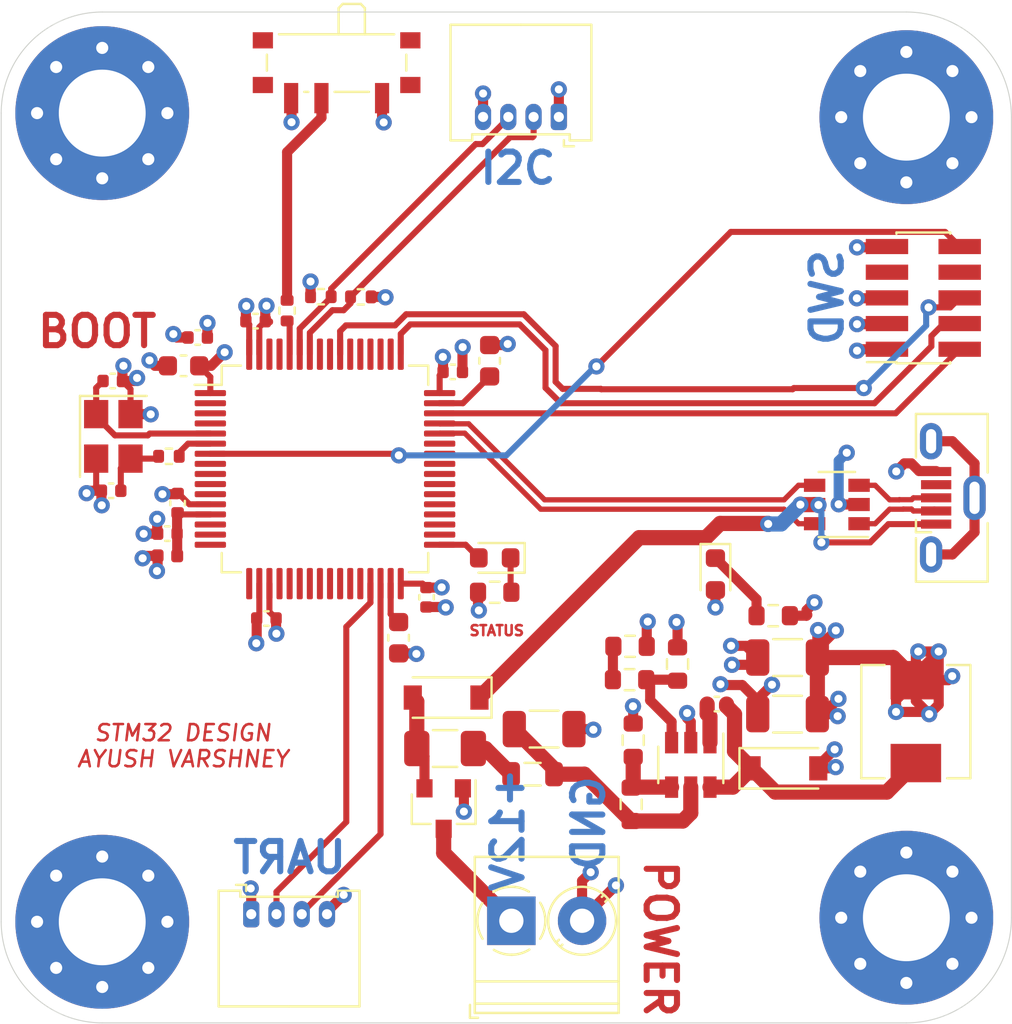
<source format=kicad_pcb>
(kicad_pcb (version 20171130) (host pcbnew "(5.1.10-1-10_14)")
  (layers (0 F.Cu signal) (1 In1.Cu power) (2 In2.Cu power) (31 B.Cu signal) (34 B.Paste user) (35 F.Paste user) (36 B.SilkS user) (37 F.SilkS user) (38 B.Mask user) (39 F.Mask user) (44 Edge.Cuts user))
  (net 0 "")
  (net 1 BUCK_IN)
  (net 2 GND)
  (net 3 +3V3)
  (net 4 BUCK_BST)
  (net 5 BUCK_SW)
  (net 6 +3.3VA)
  (net 7 "Net-(C13-Pad1)")
  (net 8 "Net-(C14-Pad1)")
  (net 9 HSE_IN)
  (net 10 "Net-(C16-Pad1)")
  (net 11 "Net-(D1-Pad2)")
  (net 12 +5V)
  (net 13 LED_STATUS)
  (net 14 "Net-(D3-Pad1)")
  (net 15 "Net-(D4-Pad1)")
  (net 16 "Net-(F1-Pad1)")
  (net 17 +12V)
  (net 18 BUCK_EN)
  (net 19 BUCK_FB)
  (net 20 I2C_SCL)
  (net 21 I2C_SDA)
  (net 22 USART3_RX)
  (net 23 USART3_TX)
  (net 24 SWDIO)
  (net 25 SWDCLK)
  (net 26 SWO)
  (net 27 "Net-(J4-Pad7)")
  (net 28 "Net-(J4-Pad8)")
  (net 29 NRST)
  (net 30 USB_CONN_D_+)
  (net 31 "Net-(J5-Pad4)")
  (net 32 USB_CONN_D_-)
  (net 33 "Net-(J5-Pad6)")
  (net 34 "Net-(R4-Pad1)")
  (net 35 BOOT0)
  (net 36 "Net-(R6-Pad2)")
  (net 37 HSE_OUT)
  (net 38 USB_D_-)
  (net 39 USB_D_+)
  (net 40 "Net-(U2-Pad2)")
  (net 41 "Net-(U2-Pad3)")
  (net 42 "Net-(U2-Pad4)")
  (net 43 "Net-(U2-Pad8)")
  (net 44 "Net-(U2-Pad9)")
  (net 45 "Net-(U2-Pad10)")
  (net 46 "Net-(U2-Pad11)")
  (net 47 "Net-(U2-Pad14)")
  (net 48 "Net-(U2-Pad15)")
  (net 49 "Net-(U2-Pad16)")
  (net 50 "Net-(U2-Pad17)")
  (net 51 "Net-(U2-Pad20)")
  (net 52 "Net-(U2-Pad21)")
  (net 53 "Net-(U2-Pad22)")
  (net 54 "Net-(U2-Pad23)")
  (net 55 "Net-(U2-Pad24)")
  (net 56 "Net-(U2-Pad25)")
  (net 57 "Net-(U2-Pad26)")
  (net 58 "Net-(U2-Pad27)")
  (net 59 "Net-(U2-Pad28)")
  (net 60 "Net-(U2-Pad34)")
  (net 61 "Net-(U2-Pad35)")
  (net 62 "Net-(U2-Pad36)")
  (net 63 "Net-(U2-Pad37)")
  (net 64 "Net-(U2-Pad38)")
  (net 65 "Net-(U2-Pad39)")
  (net 66 "Net-(U2-Pad40)")
  (net 67 "Net-(U2-Pad41)")
  (net 68 "Net-(U2-Pad42)")
  (net 69 "Net-(U2-Pad43)")
  (net 70 "Net-(U2-Pad50)")
  (net 71 "Net-(U2-Pad51)")
  (net 72 "Net-(U2-Pad52)")
  (net 73 "Net-(U2-Pad53)")
  (net 74 "Net-(U2-Pad54)")
  (net 75 "Net-(U2-Pad56)")
  (net 76 "Net-(U2-Pad57)")
  (net 77 "Net-(U2-Pad61)")
  (net 78 "Net-(U2-Pad62)")
  (module Package_TO_SOT_SMD:SOT-23-6 (layer F.Cu) (at 71.36 44.36 180)
    (fp_text reference U1)
    (fp_text value USBLC6-2SC6)
    (pad 5 smd rect (at 1.1 0 180) (size 1.06 0.65) (layers F.Cu F.Paste F.Mask) (net 12 +5V))
    (pad 6 smd rect (at 1.1 -0.95 180) (size 1.06 0.65) (layers F.Cu F.Paste F.Mask) (net 38 USB_D_-))
    (pad 4 smd rect (at 1.1 0.95 180) (size 1.06 0.65) (layers F.Cu F.Paste F.Mask) (net 39 USB_D_+))
    (pad 3 smd rect (at -1.1 0.95 180) (size 1.06 0.65) (layers F.Cu F.Paste F.Mask) (net 30 USB_CONN_D_+))
    (pad 2 smd rect (at -1.1 0 180) (size 1.06 0.65) (layers F.Cu F.Paste F.Mask) (net 2 GND))
    (pad 1 smd rect (at -1.1 -0.95 180) (size 1.06 0.65) (layers F.Cu F.Paste F.Mask) (net 32 USB_CONN_D_-))
  )
  (module Package_QFP:LQFP-64_10x10mm_P0.5mm (layer F.Cu) (at 46.025 42.6)
    (fp_text reference U2)
    (fp_text value STM32F405RGTx)
    (pad 64 smd roundrect (at -3.75 -5.675) (size 0.3 1.55) (layers F.Cu F.Paste F.Mask) (net 3 +3V3))
    (pad 63 smd roundrect (at -3.25 -5.675) (size 0.3 1.55) (layers F.Cu F.Paste F.Mask) (net 2 GND))
    (pad 62 smd roundrect (at -2.75 -5.675) (size 0.3 1.55) (layers F.Cu F.Paste F.Mask) (net 78 "Net-(U2-Pad62)"))
    (pad 61 smd roundrect (at -2.25 -5.675) (size 0.3 1.55) (layers F.Cu F.Paste F.Mask) (net 77 "Net-(U2-Pad61)"))
    (pad 60 smd roundrect (at -1.75 -5.675) (size 0.3 1.55) (layers F.Cu F.Paste F.Mask) (net 35 BOOT0))
    (pad 59 smd roundrect (at -1.25 -5.675) (size 0.3 1.55) (layers F.Cu F.Paste F.Mask) (net 21 I2C_SDA))
    (pad 58 smd roundrect (at -0.75 -5.675) (size 0.3 1.55) (layers F.Cu F.Paste F.Mask) (net 20 I2C_SCL))
    (pad 57 smd roundrect (at -0.25 -5.675) (size 0.3 1.55) (layers F.Cu F.Paste F.Mask) (net 76 "Net-(U2-Pad57)"))
    (pad 56 smd roundrect (at 0.25 -5.675) (size 0.3 1.55) (layers F.Cu F.Paste F.Mask) (net 75 "Net-(U2-Pad56)"))
    (pad 55 smd roundrect (at 0.75 -5.675) (size 0.3 1.55) (layers F.Cu F.Paste F.Mask) (net 26 SWO))
    (pad 54 smd roundrect (at 1.25 -5.675) (size 0.3 1.55) (layers F.Cu F.Paste F.Mask) (net 74 "Net-(U2-Pad54)"))
    (pad 53 smd roundrect (at 1.75 -5.675) (size 0.3 1.55) (layers F.Cu F.Paste F.Mask) (net 73 "Net-(U2-Pad53)"))
    (pad 52 smd roundrect (at 2.25 -5.675) (size 0.3 1.55) (layers F.Cu F.Paste F.Mask) (net 72 "Net-(U2-Pad52)"))
    (pad 51 smd roundrect (at 2.75 -5.675) (size 0.3 1.55) (layers F.Cu F.Paste F.Mask) (net 71 "Net-(U2-Pad51)"))
    (pad 50 smd roundrect (at 3.25 -5.675) (size 0.3 1.55) (layers F.Cu F.Paste F.Mask) (net 70 "Net-(U2-Pad50)"))
    (pad 49 smd roundrect (at 3.75 -5.675) (size 0.3 1.55) (layers F.Cu F.Paste F.Mask) (net 25 SWDCLK))
    (pad 48 smd roundrect (at 5.675 -3.75) (size 1.55 0.3) (layers F.Cu F.Paste F.Mask) (net 3 +3V3))
    (pad 47 smd roundrect (at 5.675 -3.25) (size 1.55 0.3) (layers F.Cu F.Paste F.Mask) (net 8 "Net-(C14-Pad1)"))
    (pad 46 smd roundrect (at 5.675 -2.75) (size 1.55 0.3) (layers F.Cu F.Paste F.Mask) (net 24 SWDIO))
    (pad 45 smd roundrect (at 5.675 -2.25) (size 1.55 0.3) (layers F.Cu F.Paste F.Mask) (net 39 USB_D_+))
    (pad 44 smd roundrect (at 5.675 -1.75) (size 1.55 0.3) (layers F.Cu F.Paste F.Mask) (net 38 USB_D_-))
    (pad 43 smd roundrect (at 5.675 -1.25) (size 1.55 0.3) (layers F.Cu F.Paste F.Mask) (net 69 "Net-(U2-Pad43)"))
    (pad 42 smd roundrect (at 5.675 -0.75) (size 1.55 0.3) (layers F.Cu F.Paste F.Mask) (net 68 "Net-(U2-Pad42)"))
    (pad 41 smd roundrect (at 5.675 -0.25) (size 1.55 0.3) (layers F.Cu F.Paste F.Mask) (net 67 "Net-(U2-Pad41)"))
    (pad 40 smd roundrect (at 5.675 0.25) (size 1.55 0.3) (layers F.Cu F.Paste F.Mask) (net 66 "Net-(U2-Pad40)"))
    (pad 39 smd roundrect (at 5.675 0.75) (size 1.55 0.3) (layers F.Cu F.Paste F.Mask) (net 65 "Net-(U2-Pad39)"))
    (pad 38 smd roundrect (at 5.675 1.25) (size 1.55 0.3) (layers F.Cu F.Paste F.Mask) (net 64 "Net-(U2-Pad38)"))
    (pad 37 smd roundrect (at 5.675 1.75) (size 1.55 0.3) (layers F.Cu F.Paste F.Mask) (net 63 "Net-(U2-Pad37)"))
    (pad 36 smd roundrect (at 5.675 2.25) (size 1.55 0.3) (layers F.Cu F.Paste F.Mask) (net 62 "Net-(U2-Pad36)"))
    (pad 35 smd roundrect (at 5.675 2.75) (size 1.55 0.3) (layers F.Cu F.Paste F.Mask) (net 61 "Net-(U2-Pad35)"))
    (pad 34 smd roundrect (at 5.675 3.25) (size 1.55 0.3) (layers F.Cu F.Paste F.Mask) (net 60 "Net-(U2-Pad34)"))
    (pad 33 smd roundrect (at 5.675 3.75) (size 1.55 0.3) (layers F.Cu F.Paste F.Mask) (net 13 LED_STATUS))
    (pad 32 smd roundrect (at 3.75 5.675) (size 0.3 1.55) (layers F.Cu F.Paste F.Mask) (net 3 +3V3))
    (pad 31 smd roundrect (at 3.25 5.675) (size 0.3 1.55) (layers F.Cu F.Paste F.Mask) (net 7 "Net-(C13-Pad1)"))
    (pad 30 smd roundrect (at 2.75 5.675) (size 0.3 1.55) (layers F.Cu F.Paste F.Mask) (net 22 USART3_RX))
    (pad 29 smd roundrect (at 2.25 5.675) (size 0.3 1.55) (layers F.Cu F.Paste F.Mask) (net 23 USART3_TX))
    (pad 28 smd roundrect (at 1.75 5.675) (size 0.3 1.55) (layers F.Cu F.Paste F.Mask) (net 59 "Net-(U2-Pad28)"))
    (pad 27 smd roundrect (at 1.25 5.675) (size 0.3 1.55) (layers F.Cu F.Paste F.Mask) (net 58 "Net-(U2-Pad27)"))
    (pad 26 smd roundrect (at 0.75 5.675) (size 0.3 1.55) (layers F.Cu F.Paste F.Mask) (net 57 "Net-(U2-Pad26)"))
    (pad 25 smd roundrect (at 0.25 5.675) (size 0.3 1.55) (layers F.Cu F.Paste F.Mask) (net 56 "Net-(U2-Pad25)"))
    (pad 24 smd roundrect (at -0.25 5.675) (size 0.3 1.55) (layers F.Cu F.Paste F.Mask) (net 55 "Net-(U2-Pad24)"))
    (pad 23 smd roundrect (at -0.75 5.675) (size 0.3 1.55) (layers F.Cu F.Paste F.Mask) (net 54 "Net-(U2-Pad23)"))
    (pad 22 smd roundrect (at -1.25 5.675) (size 0.3 1.55) (layers F.Cu F.Paste F.Mask) (net 53 "Net-(U2-Pad22)"))
    (pad 21 smd roundrect (at -1.75 5.675) (size 0.3 1.55) (layers F.Cu F.Paste F.Mask) (net 52 "Net-(U2-Pad21)"))
    (pad 20 smd roundrect (at -2.25 5.675) (size 0.3 1.55) (layers F.Cu F.Paste F.Mask) (net 51 "Net-(U2-Pad20)"))
    (pad 19 smd roundrect (at -2.75 5.675) (size 0.3 1.55) (layers F.Cu F.Paste F.Mask) (net 3 +3V3))
    (pad 18 smd roundrect (at -3.25 5.675) (size 0.3 1.55) (layers F.Cu F.Paste F.Mask) (net 2 GND))
    (pad 17 smd roundrect (at -3.75 5.675) (size 0.3 1.55) (layers F.Cu F.Paste F.Mask) (net 50 "Net-(U2-Pad17)"))
    (pad 16 smd roundrect (at -5.675 3.75) (size 1.55 0.3) (layers F.Cu F.Paste F.Mask) (net 49 "Net-(U2-Pad16)"))
    (pad 15 smd roundrect (at -5.675 3.25) (size 1.55 0.3) (layers F.Cu F.Paste F.Mask) (net 48 "Net-(U2-Pad15)"))
    (pad 14 smd roundrect (at -5.675 2.75) (size 1.55 0.3) (layers F.Cu F.Paste F.Mask) (net 47 "Net-(U2-Pad14)"))
    (pad 13 smd roundrect (at -5.675 2.25) (size 1.55 0.3) (layers F.Cu F.Paste F.Mask) (net 6 +3.3VA))
    (pad 12 smd roundrect (at -5.675 1.75) (size 1.55 0.3) (layers F.Cu F.Paste F.Mask) (net 2 GND))
    (pad 11 smd roundrect (at -5.675 1.25) (size 1.55 0.3) (layers F.Cu F.Paste F.Mask) (net 46 "Net-(U2-Pad11)"))
    (pad 10 smd roundrect (at -5.675 0.75) (size 1.55 0.3) (layers F.Cu F.Paste F.Mask) (net 45 "Net-(U2-Pad10)"))
    (pad 9 smd roundrect (at -5.675 0.25) (size 1.55 0.3) (layers F.Cu F.Paste F.Mask) (net 44 "Net-(U2-Pad9)"))
    (pad 8 smd roundrect (at -5.675 -0.25) (size 1.55 0.3) (layers F.Cu F.Paste F.Mask) (net 43 "Net-(U2-Pad8)"))
    (pad 7 smd roundrect (at -5.675 -0.75) (size 1.55 0.3) (layers F.Cu F.Paste F.Mask) (net 29 NRST))
    (pad 6 smd roundrect (at -5.675 -1.25) (size 1.55 0.3) (layers F.Cu F.Paste F.Mask) (net 37 HSE_OUT))
    (pad 5 smd roundrect (at -5.675 -1.75) (size 1.55 0.3) (layers F.Cu F.Paste F.Mask) (net 9 HSE_IN))
    (pad 4 smd roundrect (at -5.675 -2.25) (size 1.55 0.3) (layers F.Cu F.Paste F.Mask) (net 42 "Net-(U2-Pad4)"))
    (pad 3 smd roundrect (at -5.675 -2.75) (size 1.55 0.3) (layers F.Cu F.Paste F.Mask) (net 41 "Net-(U2-Pad3)"))
    (pad 2 smd roundrect (at -5.675 -3.25) (size 1.55 0.3) (layers F.Cu F.Paste F.Mask) (net 40 "Net-(U2-Pad2)"))
    (pad 1 smd roundrect (at -5.675 -3.75) (size 1.55 0.3) (layers F.Cu F.Paste F.Mask) (net 3 +3V3))
  )
  (module Capacitor_SMD:C_1206_3216Metric (layer F.Cu) (at 56.87 55.47)
    (fp_text reference C1)
    (fp_text value 10uF)
    (pad 2 smd roundrect (at 1.475 0) (size 1.15 1.8) (layers F.Cu F.Paste F.Mask) (roundrect_rratio 0.2173904347826087) (net 2 GND))
    (pad 1 smd roundrect (at -1.475 0) (size 1.15 1.8) (layers F.Cu F.Paste F.Mask) (roundrect_rratio 0.2173904347826087) (net 1 BUCK_IN))
  )
  (module Capacitor_SMD:C_1206_3216Metric (layer F.Cu) (at 68.92 54.73 180)
    (fp_text reference C2)
    (fp_text value 10uF)
    (pad 2 smd roundrect (at 1.475 0 180) (size 1.15 1.8) (layers F.Cu F.Paste F.Mask) (roundrect_rratio 0.2173904347826087) (net 2 GND))
    (pad 1 smd roundrect (at -1.475 0 180) (size 1.15 1.8) (layers F.Cu F.Paste F.Mask) (roundrect_rratio 0.2173904347826087) (net 3 +3V3))
  )
  (module Capacitor_SMD:C_1206_3216Metric (layer F.Cu) (at 68.92 51.93 180)
    (fp_text reference C3)
    (fp_text value 10uF)
    (pad 2 smd roundrect (at 1.475 0 180) (size 1.15 1.8) (layers F.Cu F.Paste F.Mask) (roundrect_rratio 0.2173904347826087) (net 2 GND))
    (pad 1 smd roundrect (at -1.475 0 180) (size 1.15 1.8) (layers F.Cu F.Paste F.Mask) (roundrect_rratio 0.2173904347826087) (net 3 +3V3))
  )
  (module Capacitor_SMD:C_0402_1005Metric (layer F.Cu) (at 65.42 54.23 180)
    (fp_text reference C4)
    (fp_text value 10nF)
    (pad 2 smd roundrect (at 0.48 0 180) (size 0.56 0.62) (layers F.Cu F.Paste F.Mask) (net 4 BUCK_BST))
    (pad 1 smd roundrect (at -0.48 0 180) (size 0.56 0.62) (layers F.Cu F.Paste F.Mask) (net 5 BUCK_SW))
  )
  (module Capacitor_SMD:C_0603_1608Metric (layer F.Cu) (at 39.025 37.5 180)
    (fp_text reference C5)
    (fp_text value 4u7)
    (pad 2 smd roundrect (at 0.775 0 180) (size 0.9 0.95) (layers F.Cu F.Paste F.Mask) (net 2 GND))
    (pad 1 smd roundrect (at -0.775 0 180) (size 0.9 0.95) (layers F.Cu F.Paste F.Mask) (net 3 +3V3))
  )
  (module Capacitor_SMD:C_0402_1005Metric (layer F.Cu) (at 39.725 36.1 180)
    (fp_text reference C6)
    (fp_text value 100nF)
    (pad 2 smd roundrect (at 0.48 0 180) (size 0.56 0.62) (layers F.Cu F.Paste F.Mask) (net 2 GND))
    (pad 1 smd roundrect (at -0.48 0 180) (size 0.56 0.62) (layers F.Cu F.Paste F.Mask) (net 3 +3V3))
  )
  (module Capacitor_SMD:C_0402_1005Metric (layer F.Cu) (at 43.125 50 180)
    (fp_text reference C7)
    (fp_text value 100nF)
    (pad 2 smd roundrect (at 0.48 0 180) (size 0.56 0.62) (layers F.Cu F.Paste F.Mask) (net 2 GND))
    (pad 1 smd roundrect (at -0.48 0 180) (size 0.56 0.62) (layers F.Cu F.Paste F.Mask) (net 3 +3V3))
  )
  (module Capacitor_SMD:C_0402_1005Metric (layer F.Cu) (at 51.05 48.95 270)
    (fp_text reference C8)
    (fp_text value 100nF)
    (pad 2 smd roundrect (at 0.48 0 270) (size 0.56 0.62) (layers F.Cu F.Paste F.Mask) (net 2 GND))
    (pad 1 smd roundrect (at -0.48 0 270) (size 0.56 0.62) (layers F.Cu F.Paste F.Mask) (net 3 +3V3))
  )
  (module Capacitor_SMD:C_0402_1005Metric (layer F.Cu) (at 52.35 37.8)
    (fp_text reference C9)
    (fp_text value 100nF)
    (pad 2 smd roundrect (at 0.48 0) (size 0.56 0.62) (layers F.Cu F.Paste F.Mask) (net 2 GND))
    (pad 1 smd roundrect (at -0.48 0) (size 0.56 0.62) (layers F.Cu F.Paste F.Mask) (net 3 +3V3))
  )
  (module Capacitor_SMD:C_0402_1005Metric (layer F.Cu) (at 42.59 35.29)
    (fp_text reference C10)
    (fp_text value 100nF)
    (pad 2 smd roundrect (at 0.48 0) (size 0.56 0.62) (layers F.Cu F.Paste F.Mask) (net 2 GND))
    (pad 1 smd roundrect (at -0.48 0) (size 0.56 0.62) (layers F.Cu F.Paste F.Mask) (net 3 +3V3))
  )
  (module Capacitor_SMD:C_0402_1005Metric (layer F.Cu) (at 38.73 44.29 90)
    (fp_text reference C11)
    (fp_text value 1uF)
    (pad 2 smd roundrect (at 0.48 0 90) (size 0.56 0.62) (layers F.Cu F.Paste F.Mask) (net 2 GND))
    (pad 1 smd roundrect (at -0.48 0 90) (size 0.56 0.62) (layers F.Cu F.Paste F.Mask) (net 6 +3.3VA))
  )
  (module Capacitor_SMD:C_0402_1005Metric (layer F.Cu) (at 38.225 45.8 180)
    (fp_text reference C12)
    (fp_text value 10nF)
    (pad 2 smd roundrect (at 0.48 0 180) (size 0.56 0.62) (layers F.Cu F.Paste F.Mask) (net 2 GND))
    (pad 1 smd roundrect (at -0.48 0 180) (size 0.56 0.62) (layers F.Cu F.Paste F.Mask) (net 6 +3.3VA))
  )
  (module Capacitor_SMD:C_0603_1608Metric (layer F.Cu) (at 49.67 50.95 270)
    (fp_text reference C13)
    (fp_text value 2u2)
    (pad 2 smd roundrect (at 0.775 0 270) (size 0.9 0.95) (layers F.Cu F.Paste F.Mask) (net 2 GND))
    (pad 1 smd roundrect (at -0.775 0 270) (size 0.9 0.95) (layers F.Cu F.Paste F.Mask) (net 7 "Net-(C13-Pad1)"))
  )
  (module Capacitor_SMD:C_0603_1608Metric (layer F.Cu) (at 54.175 37.25 90)
    (fp_text reference C14)
    (fp_text value 2u2)
    (pad 2 smd roundrect (at 0.775 0 90) (size 0.9 0.95) (layers F.Cu F.Paste F.Mask) (net 2 GND))
    (pad 1 smd roundrect (at -0.775 0 90) (size 0.9 0.95) (layers F.Cu F.Paste F.Mask) (net 8 "Net-(C14-Pad1)"))
  )
  (module Capacitor_SMD:C_0402_1005Metric (layer F.Cu) (at 35.52 38.25)
    (fp_text reference C15)
    (fp_text value 12pF)
    (pad 2 smd roundrect (at 0.48 0) (size 0.56 0.62) (layers F.Cu F.Paste F.Mask) (net 2 GND))
    (pad 1 smd roundrect (at -0.48 0) (size 0.56 0.62) (layers F.Cu F.Paste F.Mask) (net 9 HSE_IN))
  )
  (module Capacitor_SMD:C_0402_1005Metric (layer F.Cu) (at 35.44 43.68 180)
    (fp_text reference C16)
    (fp_text value 12pF)
    (pad 2 smd roundrect (at 0.48 0 180) (size 0.56 0.62) (layers F.Cu F.Paste F.Mask) (net 2 GND))
    (pad 1 smd roundrect (at -0.48 0 180) (size 0.56 0.62) (layers F.Cu F.Paste F.Mask) (net 10 "Net-(C16-Pad1)"))
  )
  (module Diode_SMD:D_SOD-123 (layer F.Cu) (at 52.02 53.91 180)
    (fp_text reference D1)
    (fp_text value B5819W)
    (pad 2 smd rect (at 1.65 0 180) (size 0.9 1.2) (layers F.Cu F.Paste F.Mask) (net 11 "Net-(D1-Pad2)"))
    (pad 1 smd rect (at -1.65 0 180) (size 0.9 1.2) (layers F.Cu F.Paste F.Mask) (net 12 +5V))
  )
  (module Diode_SMD:D_SOD-123 (layer F.Cu) (at 68.79 57.41)
    (fp_text reference D2)
    (fp_text value B5819W)
    (pad 2 smd rect (at 1.65 0) (size 0.9 1.2) (layers F.Cu F.Paste F.Mask) (net 2 GND))
    (pad 1 smd rect (at -1.65 0) (size 0.9 1.2) (layers F.Cu F.Paste F.Mask) (net 5 BUCK_SW))
  )
  (module LED_SMD:LED_0603_1608Metric (layer F.Cu) (at 54.425 47 180)
    (fp_text reference D3)
    (fp_text value BLUE)
    (pad 2 smd roundrect (at 0.7875 0 180) (size 0.875 0.95) (layers F.Cu F.Paste F.Mask) (net 13 LED_STATUS))
    (pad 1 smd roundrect (at -0.7875 0 180) (size 0.875 0.95) (layers F.Cu F.Paste F.Mask) (net 14 "Net-(D3-Pad1)"))
  )
  (module LED_SMD:LED_0603_1608Metric (layer F.Cu) (at 65.35 47.8 270)
    (fp_text reference D4)
    (fp_text value RED)
    (pad 2 smd roundrect (at 0.7875 0 270) (size 0.875 0.95) (layers F.Cu F.Paste F.Mask) (net 3 +3V3))
    (pad 1 smd roundrect (at -0.7875 0 270) (size 0.875 0.95) (layers F.Cu F.Paste F.Mask) (net 15 "Net-(D4-Pad1)"))
  )
  (module Fuse:Fuse_1206_3216Metric (layer F.Cu) (at 51.97 56.43 180)
    (fp_text reference F1)
    (fp_text value 250mA)
    (pad 2 smd roundrect (at 1.4 0 180) (size 1.25 1.75) (layers F.Cu F.Paste F.Mask) (roundrect_rratio 0.2) (net 11 "Net-(D1-Pad2)"))
    (pad 1 smd roundrect (at -1.4 0 180) (size 1.25 1.75) (layers F.Cu F.Paste F.Mask) (roundrect_rratio 0.2) (net 16 "Net-(F1-Pad1)"))
  )
  (module Inductor_SMD:L_0805_2012Metric (layer F.Cu) (at 56.3 57.7 180)
    (fp_text reference FB1)
    (fp_text value "600 @ 600MHz")
    (pad 2 smd roundrect (at 1.0625 0 180) (size 0.875 1.2) (layers F.Cu F.Paste F.Mask) (net 16 "Net-(F1-Pad1)"))
    (pad 1 smd roundrect (at -1.0625 0 180) (size 0.875 1.2) (layers F.Cu F.Paste F.Mask) (net 1 BUCK_IN))
  )
  (module MountingHole:MountingHole_4.3mm_M4_Pad_Via (layer F.Cu) (at 74.8 64.8)
    (fp_text reference H1)
    (fp_text value MountingHole_Pad)
    (pad 1 thru_hole circle (at 2.280419 -2.280419) (size 0.9 0.9) (drill 0.6) (layers *.Cu *.Mask) (net 2 GND))
    (pad 1 thru_hole circle (at 0 -3.225) (size 0.9 0.9) (drill 0.6) (layers *.Cu *.Mask) (net 2 GND))
    (pad 1 thru_hole circle (at -2.280419 -2.280419) (size 0.9 0.9) (drill 0.6) (layers *.Cu *.Mask) (net 2 GND))
    (pad 1 thru_hole circle (at -3.225 0) (size 0.9 0.9) (drill 0.6) (layers *.Cu *.Mask) (net 2 GND))
    (pad 1 thru_hole circle (at -2.280419 2.280419) (size 0.9 0.9) (drill 0.6) (layers *.Cu *.Mask) (net 2 GND))
    (pad 1 thru_hole circle (at 0 3.225) (size 0.9 0.9) (drill 0.6) (layers *.Cu *.Mask) (net 2 GND))
    (pad 1 thru_hole circle (at 2.280419 2.280419) (size 0.9 0.9) (drill 0.6) (layers *.Cu *.Mask) (net 2 GND))
    (pad 1 thru_hole circle (at 3.225 0) (size 0.9 0.9) (drill 0.6) (layers *.Cu *.Mask) (net 2 GND))
    (pad 1 thru_hole circle (at 0 0) (size 8.6 8.6) (drill 4.3) (layers *.Cu *.Mask) (net 2 GND))
  )
  (module MountingHole:MountingHole_4.3mm_M4_Pad_Via (layer F.Cu) (at 35 65)
    (fp_text reference H2)
    (fp_text value MountingHole_Pad)
    (pad 1 thru_hole circle (at 2.280419 -2.280419) (size 0.9 0.9) (drill 0.6) (layers *.Cu *.Mask) (net 2 GND))
    (pad 1 thru_hole circle (at 0 -3.225) (size 0.9 0.9) (drill 0.6) (layers *.Cu *.Mask) (net 2 GND))
    (pad 1 thru_hole circle (at -2.280419 -2.280419) (size 0.9 0.9) (drill 0.6) (layers *.Cu *.Mask) (net 2 GND))
    (pad 1 thru_hole circle (at -3.225 0) (size 0.9 0.9) (drill 0.6) (layers *.Cu *.Mask) (net 2 GND))
    (pad 1 thru_hole circle (at -2.280419 2.280419) (size 0.9 0.9) (drill 0.6) (layers *.Cu *.Mask) (net 2 GND))
    (pad 1 thru_hole circle (at 0 3.225) (size 0.9 0.9) (drill 0.6) (layers *.Cu *.Mask) (net 2 GND))
    (pad 1 thru_hole circle (at 2.280419 2.280419) (size 0.9 0.9) (drill 0.6) (layers *.Cu *.Mask) (net 2 GND))
    (pad 1 thru_hole circle (at 3.225 0) (size 0.9 0.9) (drill 0.6) (layers *.Cu *.Mask) (net 2 GND))
    (pad 1 thru_hole circle (at 0 0) (size 8.6 8.6) (drill 4.3) (layers *.Cu *.Mask) (net 2 GND))
  )
  (module MountingHole:MountingHole_4.3mm_M4_Pad_Via (layer F.Cu) (at 74.8 25.2)
    (fp_text reference H3)
    (fp_text value MountingHole_Pad)
    (pad 1 thru_hole circle (at 2.280419 -2.280419) (size 0.9 0.9) (drill 0.6) (layers *.Cu *.Mask) (net 2 GND))
    (pad 1 thru_hole circle (at 0 -3.225) (size 0.9 0.9) (drill 0.6) (layers *.Cu *.Mask) (net 2 GND))
    (pad 1 thru_hole circle (at -2.280419 -2.280419) (size 0.9 0.9) (drill 0.6) (layers *.Cu *.Mask) (net 2 GND))
    (pad 1 thru_hole circle (at -3.225 0) (size 0.9 0.9) (drill 0.6) (layers *.Cu *.Mask) (net 2 GND))
    (pad 1 thru_hole circle (at -2.280419 2.280419) (size 0.9 0.9) (drill 0.6) (layers *.Cu *.Mask) (net 2 GND))
    (pad 1 thru_hole circle (at 0 3.225) (size 0.9 0.9) (drill 0.6) (layers *.Cu *.Mask) (net 2 GND))
    (pad 1 thru_hole circle (at 2.280419 2.280419) (size 0.9 0.9) (drill 0.6) (layers *.Cu *.Mask) (net 2 GND))
    (pad 1 thru_hole circle (at 3.225 0) (size 0.9 0.9) (drill 0.6) (layers *.Cu *.Mask) (net 2 GND))
    (pad 1 thru_hole circle (at 0 0) (size 8.6 8.6) (drill 4.3) (layers *.Cu *.Mask) (net 2 GND))
  )
  (module MountingHole:MountingHole_4.3mm_M4_Pad_Via (layer F.Cu) (at 35 25)
    (fp_text reference H4)
    (fp_text value MountingHole_Pad)
    (pad 1 thru_hole circle (at 2.280419 -2.280419) (size 0.9 0.9) (drill 0.6) (layers *.Cu *.Mask) (net 2 GND))
    (pad 1 thru_hole circle (at 0 -3.225) (size 0.9 0.9) (drill 0.6) (layers *.Cu *.Mask) (net 2 GND))
    (pad 1 thru_hole circle (at -2.280419 -2.280419) (size 0.9 0.9) (drill 0.6) (layers *.Cu *.Mask) (net 2 GND))
    (pad 1 thru_hole circle (at -3.225 0) (size 0.9 0.9) (drill 0.6) (layers *.Cu *.Mask) (net 2 GND))
    (pad 1 thru_hole circle (at -2.280419 2.280419) (size 0.9 0.9) (drill 0.6) (layers *.Cu *.Mask) (net 2 GND))
    (pad 1 thru_hole circle (at 0 3.225) (size 0.9 0.9) (drill 0.6) (layers *.Cu *.Mask) (net 2 GND))
    (pad 1 thru_hole circle (at 2.280419 2.280419) (size 0.9 0.9) (drill 0.6) (layers *.Cu *.Mask) (net 2 GND))
    (pad 1 thru_hole circle (at 3.225 0) (size 0.9 0.9) (drill 0.6) (layers *.Cu *.Mask) (net 2 GND))
    (pad 1 thru_hole circle (at 0 0) (size 8.6 8.6) (drill 4.3) (layers *.Cu *.Mask) (net 2 GND))
  )
  (module Package_TO_SOT_SMD:SOT-23-6 (layer F.Cu) (at 64.13 57.24 270)
    (fp_text reference IC1)
    (fp_text value MP2359DJ-LF-Z)
    (pad 5 smd rect (at 1.1 0 270) (size 1.06 0.65) (layers F.Cu F.Paste F.Mask) (net 1 BUCK_IN))
    (pad 6 smd rect (at 1.1 -0.95 270) (size 1.06 0.65) (layers F.Cu F.Paste F.Mask) (net 5 BUCK_SW))
    (pad 4 smd rect (at 1.1 0.95 270) (size 1.06 0.65) (layers F.Cu F.Paste F.Mask) (net 18 BUCK_EN))
    (pad 3 smd rect (at -1.1 0.95 270) (size 1.06 0.65) (layers F.Cu F.Paste F.Mask) (net 19 BUCK_FB))
    (pad 2 smd rect (at -1.1 0 270) (size 1.06 0.65) (layers F.Cu F.Paste F.Mask) (net 2 GND))
    (pad 1 smd rect (at -1.1 -0.95 270) (size 1.06 0.65) (layers F.Cu F.Paste F.Mask) (net 4 BUCK_BST))
  )
  (module TerminalBlock_Phoenix:TerminalBlock_Phoenix_PT-1,5-2-3.5-H_1x02_P3.50mm_Horizontal (layer F.Cu) (at 55.25 64.95)
    (fp_text reference J1)
    (fp_text value Screw_Terminal_01x02)
    (pad 2 thru_hole circle (at 3.5 0) (size 2.4 2.4) (drill 1.2) (layers *.Cu *.Mask) (net 2 GND))
    (pad 1 thru_hole rect (at 0 0) (size 2.4 2.4) (drill 1.2) (layers *.Cu *.Mask) (net 17 +12V))
  )
  (module Connector_Molex:Molex_PicoBlade_53048-0410_1x04_P1.25mm_Horizontal (layer F.Cu) (at 57.6 25.19 180)
    (fp_text reference J2)
    (fp_text value Conn_01x04)
    (pad 4 thru_hole oval (at 3.75 0 180) (size 0.8 1.3) (drill 0.5) (layers *.Cu *.Mask) (net 2 GND))
    (pad 3 thru_hole oval (at 2.5 0 180) (size 0.8 1.3) (drill 0.5) (layers *.Cu *.Mask) (net 21 I2C_SDA))
    (pad 2 thru_hole oval (at 1.25 0 180) (size 0.8 1.3) (drill 0.5) (layers *.Cu *.Mask) (net 20 I2C_SCL))
    (pad 1 thru_hole roundrect (at 0 0 180) (size 0.8 1.3) (drill 0.5) (layers *.Cu *.Mask) (net 3 +3V3))
  )
  (module Connector_Molex:Molex_PicoBlade_53048-0410_1x04_P1.25mm_Horizontal (layer F.Cu) (at 42.375 64.625)
    (fp_text reference J3)
    (fp_text value Conn_01x04)
    (pad 4 thru_hole oval (at 3.75 0) (size 0.8 1.3) (drill 0.5) (layers *.Cu *.Mask) (net 2 GND))
    (pad 3 thru_hole oval (at 2.5 0) (size 0.8 1.3) (drill 0.5) (layers *.Cu *.Mask) (net 22 USART3_RX))
    (pad 2 thru_hole oval (at 1.25 0) (size 0.8 1.3) (drill 0.5) (layers *.Cu *.Mask) (net 23 USART3_TX))
    (pad 1 thru_hole roundrect (at 0 0) (size 0.8 1.3) (drill 0.5) (layers *.Cu *.Mask) (net 3 +3V3))
  )
  (module Connector_PinSocket_1.27mm:PinSocket_2x05_P1.27mm_Vertical_SMD (layer F.Cu) (at 75.64 34.14 180)
    (fp_text reference J4)
    (fp_text value Conn_02x05_Odd_Even)
    (pad 10 smd rect (at -1.8 2.54 180) (size 2.1 0.75) (layers F.Cu F.Paste F.Mask) (net 29 NRST))
    (pad 9 smd rect (at 1.8 2.54 180) (size 2.1 0.75) (layers F.Cu F.Paste F.Mask) (net 2 GND))
    (pad 8 smd rect (at -1.8 1.27 180) (size 2.1 0.75) (layers F.Cu F.Paste F.Mask) (net 28 "Net-(J4-Pad8)"))
    (pad 7 smd rect (at 1.8 1.27 180) (size 2.1 0.75) (layers F.Cu F.Paste F.Mask) (net 27 "Net-(J4-Pad7)"))
    (pad 6 smd rect (at -1.8 0 180) (size 2.1 0.75) (layers F.Cu F.Paste F.Mask) (net 26 SWO))
    (pad 5 smd rect (at 1.8 0 180) (size 2.1 0.75) (layers F.Cu F.Paste F.Mask) (net 2 GND))
    (pad 4 smd rect (at -1.8 -1.27 180) (size 2.1 0.75) (layers F.Cu F.Paste F.Mask) (net 25 SWDCLK))
    (pad 3 smd rect (at 1.8 -1.27 180) (size 2.1 0.75) (layers F.Cu F.Paste F.Mask) (net 2 GND))
    (pad 2 smd rect (at -1.8 -2.54 180) (size 2.1 0.75) (layers F.Cu F.Paste F.Mask) (net 24 SWDIO))
    (pad 1 smd rect (at 1.8 -2.54 180) (size 2.1 0.75) (layers F.Cu F.Paste F.Mask) (net 3 +3V3))
  )
  (module Connector_USB:USB_Micro-B_Molex-105133-0001 (layer F.Cu) (at 77.1 44.03 90)
    (fp_text reference J5)
    (fp_text value USB_B_Micro)
    (pad 6 thru_hole oval (at 0 1.075 90) (size 2.2 1.1) (drill oval 1.6 0.5) (layers *.Cu *.Mask) (net 33 "Net-(J5-Pad6)"))
    (pad 6 thru_hole oval (at 2.8 -1.075 90) (size 1.8 1.1) (drill oval 1.2 0.5) (layers *.Cu *.Mask) (net 33 "Net-(J5-Pad6)"))
    (pad 6 thru_hole oval (at -2.8 -1.075 90) (size 1.8 1.1) (drill oval 1.2 0.5) (layers *.Cu *.Mask) (net 33 "Net-(J5-Pad6)"))
    (pad 1 smd rect (at -1.3 -0.825 90) (size 0.45 1.5) (layers F.Cu F.Paste F.Mask) (net 12 +5V))
    (pad 5 smd rect (at 1.3 -0.825 90) (size 0.45 1.5) (layers F.Cu F.Paste F.Mask) (net 2 GND))
    (pad 2 smd rect (at -0.65 -0.825 90) (size 0.45 1.5) (layers F.Cu F.Paste F.Mask) (net 32 USB_CONN_D_-))
    (pad 4 smd rect (at 0.65 -0.825 90) (size 0.45 1.5) (layers F.Cu F.Paste F.Mask) (net 31 "Net-(J5-Pad4)"))
    (pad 3 smd rect (at 0 -0.825 90) (size 0.45 1.5) (layers F.Cu F.Paste F.Mask) (net 30 USB_CONN_D_+))
  )
  (module Inductor_SMD:L_Sunlord_MWSA0518_5.4x5.2mm (layer F.Cu) (at 75.27 55.1 90)
    (fp_text reference L1)
    (fp_text value 10uH)
    (pad 2 smd rect (at 2.05 0 90) (size 1.9 2.5) (layers F.Cu F.Paste F.Mask) (net 3 +3V3))
    (pad 1 smd rect (at -2.05 0 90) (size 1.9 2.5) (layers F.Cu F.Paste F.Mask) (net 5 BUCK_SW))
  )
  (module Inductor_SMD:L_0402_1005Metric (layer F.Cu) (at 38.225 46.9)
    (fp_text reference L2)
    (fp_text value 39nH)
    (pad 2 smd roundrect (at 0.485 0) (size 0.59 0.64) (layers F.Cu F.Paste F.Mask) (net 6 +3.3VA))
    (pad 1 smd roundrect (at -0.485 0) (size 0.59 0.64) (layers F.Cu F.Paste F.Mask) (net 3 +3V3))
  )
  (module Package_TO_SOT_SMD:SOT-23 (layer F.Cu) (at 51.9 59.4 270)
    (fp_text reference Q1)
    (fp_text value AO3401A)
    (pad 3 smd rect (at 1 0 270) (size 0.9 0.8) (layers F.Cu F.Paste F.Mask) (net 17 +12V))
    (pad 2 smd rect (at -1 0.95 270) (size 0.9 0.8) (layers F.Cu F.Paste F.Mask) (net 11 "Net-(D1-Pad2)"))
    (pad 1 smd rect (at -1 -0.95 270) (size 0.9 0.8) (layers F.Cu F.Paste F.Mask) (net 2 GND))
  )
  (module Resistor_SMD:R_0603_1608Metric (layer F.Cu) (at 61.18 59.19 90)
    (fp_text reference R1)
    (fp_text value 100K)
    (pad 2 smd roundrect (at 0.825 0 90) (size 0.8 0.95) (layers F.Cu F.Paste F.Mask) (net 18 BUCK_EN))
    (pad 1 smd roundrect (at -0.825 0 90) (size 0.8 0.95) (layers F.Cu F.Paste F.Mask) (net 1 BUCK_IN))
  )
  (module Resistor_SMD:R_0603_1608Metric (layer F.Cu) (at 61.28 56.02 270)
    (fp_text reference R2)
    (fp_text value 68K)
    (pad 2 smd roundrect (at 0.825 0 270) (size 0.8 0.95) (layers F.Cu F.Paste F.Mask) (net 18 BUCK_EN))
    (pad 1 smd roundrect (at -0.825 0 270) (size 0.8 0.95) (layers F.Cu F.Paste F.Mask) (net 2 GND))
  )
  (module Resistor_SMD:R_0603_1608Metric (layer F.Cu) (at 63.475 52.25 90)
    (fp_text reference R3)
    (fp_text value 47K)
    (pad 2 smd roundrect (at 0.825 0 90) (size 0.8 0.95) (layers F.Cu F.Paste F.Mask) (net 3 +3V3))
    (pad 1 smd roundrect (at -0.825 0 90) (size 0.8 0.95) (layers F.Cu F.Paste F.Mask) (net 19 BUCK_FB))
  )
  (module Resistor_SMD:R_0603_1608Metric (layer F.Cu) (at 61.1 53.025)
    (fp_text reference R4)
    (fp_text value 15K)
    (pad 2 smd roundrect (at 0.825 0) (size 0.8 0.95) (layers F.Cu F.Paste F.Mask) (net 19 BUCK_FB))
    (pad 1 smd roundrect (at -0.825 0) (size 0.8 0.95) (layers F.Cu F.Paste F.Mask) (net 34 "Net-(R4-Pad1)"))
  )
  (module Resistor_SMD:R_0603_1608Metric (layer F.Cu) (at 61.125 51.375 180)
    (fp_text reference R5)
    (fp_text value 270)
    (pad 2 smd roundrect (at 0.825 0 180) (size 0.8 0.95) (layers F.Cu F.Paste F.Mask) (net 34 "Net-(R4-Pad1)"))
    (pad 1 smd roundrect (at -0.825 0 180) (size 0.8 0.95) (layers F.Cu F.Paste F.Mask) (net 2 GND))
  )
  (module Resistor_SMD:R_0402_1005Metric (layer F.Cu) (at 44.15 34.77 90)
    (fp_text reference R6)
    (fp_text value 10K)
    (pad 2 smd roundrect (at 0.51 0 90) (size 0.54 0.64) (layers F.Cu F.Paste F.Mask) (net 36 "Net-(R6-Pad2)"))
    (pad 1 smd roundrect (at -0.51 0 90) (size 0.54 0.64) (layers F.Cu F.Paste F.Mask) (net 35 BOOT0))
  )
  (module Resistor_SMD:R_0402_1005Metric (layer F.Cu) (at 38.3 41.975 180)
    (fp_text reference R7)
    (fp_text value 47)
    (pad 2 smd roundrect (at 0.51 0 180) (size 0.54 0.64) (layers F.Cu F.Paste F.Mask) (net 10 "Net-(C16-Pad1)"))
    (pad 1 smd roundrect (at -0.51 0 180) (size 0.54 0.64) (layers F.Cu F.Paste F.Mask) (net 37 HSE_OUT))
  )
  (module Resistor_SMD:R_0603_1608Metric (layer F.Cu) (at 54.425 48.7 180)
    (fp_text reference R8)
    (fp_text value 1K5)
    (pad 2 smd roundrect (at 0.825 0 180) (size 0.8 0.95) (layers F.Cu F.Paste F.Mask) (net 2 GND))
    (pad 1 smd roundrect (at -0.825 0 180) (size 0.8 0.95) (layers F.Cu F.Paste F.Mask) (net 14 "Net-(D3-Pad1)"))
  )
  (module Resistor_SMD:R_0402_1005Metric (layer F.Cu) (at 47.8 34.09 180)
    (fp_text reference R9)
    (fp_text value 2k2)
    (pad 2 smd roundrect (at 0.51 0 180) (size 0.54 0.64) (layers F.Cu F.Paste F.Mask) (net 20 I2C_SCL))
    (pad 1 smd roundrect (at -0.51 0 180) (size 0.54 0.64) (layers F.Cu F.Paste F.Mask) (net 3 +3V3))
  )
  (module Resistor_SMD:R_0402_1005Metric (layer F.Cu) (at 45.82 34.08)
    (fp_text reference R10)
    (fp_text value 2k2)
    (pad 2 smd roundrect (at 0.51 0) (size 0.54 0.64) (layers F.Cu F.Paste F.Mask) (net 21 I2C_SDA))
    (pad 1 smd roundrect (at -0.51 0) (size 0.54 0.64) (layers F.Cu F.Paste F.Mask) (net 3 +3V3))
  )
  (module Resistor_SMD:R_0603_1608Metric (layer F.Cu) (at 68.21 49.86)
    (fp_text reference R11)
    (fp_text value 1K)
    (pad 2 smd roundrect (at 0.825 0) (size 0.8 0.95) (layers F.Cu F.Paste F.Mask) (net 2 GND))
    (pad 1 smd roundrect (at -0.825 0) (size 0.8 0.95) (layers F.Cu F.Paste F.Mask) (net 15 "Net-(D4-Pad1)"))
  )
  (module Button_Switch_SMD:SW_SPDT_PCM12 (layer F.Cu) (at 46.6 22.83 180)
    (fp_text reference SW1)
    (fp_text value SW_SPDT)
    (pad "" smd rect (at -3.65 -0.78 180) (size 1 0.8) (layers F.Cu F.Paste F.Mask))
    (pad "" smd rect (at 3.65 -0.78 180) (size 1 0.8) (layers F.Cu F.Paste F.Mask))
    (pad "" smd rect (at 3.65 1.43 180) (size 1 0.8) (layers F.Cu F.Paste F.Mask))
    (pad "" smd rect (at -3.65 1.43 180) (size 1 0.8) (layers F.Cu F.Paste F.Mask))
    (pad 3 smd rect (at 2.25 -1.43 180) (size 0.7 1.5) (layers F.Cu F.Paste F.Mask) (net 2 GND))
    (pad 2 smd rect (at 0.75 -1.43 180) (size 0.7 1.5) (layers F.Cu F.Paste F.Mask) (net 36 "Net-(R6-Pad2)"))
    (pad 1 smd rect (at -2.25 -1.43 180) (size 0.7 1.5) (layers F.Cu F.Paste F.Mask) (net 3 +3V3))
    (pad "" np_thru_hole circle (at 1.5 0.33 180) (size 0.9 0.9) (drill 0.9) (layers *.Cu *.Mask))
    (pad "" np_thru_hole circle (at -1.5 0.33 180) (size 0.9 0.9) (drill 0.9) (layers *.Cu *.Mask))
  )
  (module Crystal:Crystal_SMD_3225-4Pin_3.2x2.5mm (layer F.Cu) (at 35.55 40.99 270)
    (fp_text reference Y1)
    (fp_text value 16MHz)
    (pad 4 smd rect (at -1.1 -0.85 270) (size 1.4 1.2) (layers F.Cu F.Paste F.Mask) (net 2 GND))
    (pad 3 smd rect (at 1.1 -0.85 270) (size 1.4 1.2) (layers F.Cu F.Paste F.Mask) (net 10 "Net-(C16-Pad1)"))
    (pad 2 smd rect (at 1.1 0.85 270) (size 1.4 1.2) (layers F.Cu F.Paste F.Mask) (net 2 GND))
    (pad 1 smd rect (at -1.1 0.85 270) (size 1.4 1.2) (layers F.Cu F.Paste F.Mask) (net 9 HSE_IN))
  )
  (gr_text "STM32 DESIGN\nAYUSH VARSHNEY" (at 39 56.3) (layer F.Cu) (effects (font (size 0.8 0.8) (thickness 0.125) italic)))
  (gr_text STATUS (at 54.525 50.6) (layer F.Cu) (effects (font (size 0.5 0.5) (thickness 0.125))))
  (gr_text I2C (at 55.575 27.725) (layer B.Cu) (effects (font (size 1.5 1.5) (thickness 0.3))))
  (gr_text POWER (at 62.625 61.825 270) (layer F.Cu) (effects (font (size 1.5 1.5) (thickness 0.3)) (justify left)))
  (gr_text "BOOT\n" (at 34.75 35.8) (layer F.Cu) (effects (font (size 1.5 1.5) (thickness 0.3))))
  (gr_text SWD (at 70.875 34.125 90) (layer B.Cu) (effects (font (size 1.5 1.5) (thickness 0.3)) (justify mirror)))
  (gr_text UART (at 44.275 61.825) (layer B.Cu) (effects (font (size 1.5 1.5) (thickness 0.3)) (justify mirror)))
  (gr_text "GND\n" (at 59.075 60.125 90) (layer B.Cu) (effects (font (size 1.5 1.5) (thickness 0.3)) (justify mirror)))
  (gr_text "+12V\n" (at 55.075 60.45 90) (layer B.Cu) (effects (font (size 1.5 1.5) (thickness 0.3)) (justify mirror)))
  (gr_arc (start 74.8 64.8) (end 74.8 70) (angle -90) (layer Edge.Cuts) (width 0.05))
  (gr_arc (start 35 65) (end 30 65) (angle -90) (layer Edge.Cuts) (width 0.05))
  (gr_arc (start 35 25) (end 35 20) (angle -90) (layer Edge.Cuts) (width 0.05))
  (gr_arc (start 74.8 25.2) (end 80 25.2) (angle -90) (layer Edge.Cuts) (width 0.05))
  (gr_line (start 30 65) (end 30 25) (layer Edge.Cuts) (width 0.05))
  (gr_line (start 74.8 70) (end 35 70) (layer Edge.Cuts) (width 0.05))
  (gr_line (start 80 25.2) (end 80 64.8) (layer Edge.Cuts) (width 0.05))
  (gr_line (start 35 20) (end 74.8 20) (layer Edge.Cuts) (width 0.05))
  (segment (start 63.735 60.015) (end 61.18 60.015) (width 0.75) (layer F.Cu) (net 1))
  (segment (start 64.13 59.62) (end 63.735 60.015) (width 0.75) (layer F.Cu) (net 1))
  (segment (start 64.13 58.34) (end 64.13 59.62) (width 0.75) (layer F.Cu) (net 1))
  (segment (start 58.865 57.7) (end 57.3625 57.7) (width 0.75) (layer F.Cu) (net 1))
  (segment (start 61.18 60.015) (end 58.865 57.7) (width 0.75) (layer F.Cu) (net 1))
  (segment (start 57.3625 57.4375) (end 55.395 55.47) (width 0.75) (layer F.Cu) (net 1))
  (segment (start 57.3625 57.7) (end 57.3625 57.4375) (width 0.75) (layer F.Cu) (net 1))
  (via (at 74.3 42.725) (size 0.8) (drill 0.4) (layers F.Cu B.Cu) (net 2))
  (segment (start 38.77298 43.81) (end 38.73 43.81) (width 0.3) (layer F.Cu) (net 2))
  (segment (start 39.31298 44.35) (end 38.77298 43.81) (width 0.3) (layer F.Cu) (net 2))
  (segment (start 40.35 44.35) (end 39.31298 44.35) (width 0.3) (layer F.Cu) (net 2))
  (segment (start 42.775 49.87) (end 42.645 50) (width 0.3) (layer F.Cu) (net 2))
  (segment (start 42.775 48.275) (end 42.775 49.87) (width 0.3) (layer F.Cu) (net 2))
  (segment (start 43.305 35.34298) (end 43.305 35.3) (width 0.3) (layer F.Cu) (net 2))
  (segment (start 42.775 35.585) (end 43.07 35.29) (width 0.3) (layer F.Cu) (net 2))
  (segment (start 42.775 36.925) (end 42.775 35.585) (width 0.3) (layer F.Cu) (net 2))
  (segment (start 36.4 38.65) (end 36 38.25) (width 0.3) (layer F.Cu) (net 2))
  (segment (start 36.4 39.89) (end 36.4 38.65) (width 0.3) (layer F.Cu) (net 2))
  (segment (start 34.7 43.42) (end 34.96 43.68) (width 0.3) (layer F.Cu) (net 2))
  (segment (start 34.7 42.09) (end 34.7 43.42) (width 0.3) (layer F.Cu) (net 2))
  (via (at 53.64 49.6) (size 0.8) (drill 0.4) (layers F.Cu B.Cu) (net 2))
  (via (at 52 49.45) (size 0.8) (drill 0.4) (layers F.Cu B.Cu) (net 2))
  (via (at 50.55 51.75) (size 0.8) (drill 0.4) (layers F.Cu B.Cu) (net 2))
  (via (at 42.625 51.225) (size 0.8) (drill 0.4) (layers F.Cu B.Cu) (net 2))
  (via (at 37.05 45.81) (size 0.8) (drill 0.4) (layers F.Cu B.Cu) (net 2))
  (via (at 37.72 45.07) (size 0.8) (drill 0.4) (layers F.Cu B.Cu) (net 2))
  (via (at 37.98 43.85) (size 0.8) (drill 0.4) (layers F.Cu B.Cu) (net 2))
  (via (at 37.34 37.23) (size 0.8) (drill 0.4) (layers F.Cu B.Cu) (net 2))
  (via (at 38.52 35.93) (size 0.8) (drill 0.4) (layers F.Cu B.Cu) (net 2))
  (via (at 43.13 34.53) (size 0.8) (drill 0.4) (layers F.Cu B.Cu) (net 2))
  (via (at 52.84 36.575) (size 0.8) (drill 0.4) (layers F.Cu B.Cu) (net 2))
  (via (at 55.07 36.42) (size 0.8) (drill 0.4) (layers F.Cu B.Cu) (net 2))
  (via (at 72.36 31.64) (size 0.8) (drill 0.4) (layers F.Cu B.Cu) (net 2))
  (via (at 72.35 34.16) (size 0.8) (drill 0.4) (layers F.Cu B.Cu) (net 2))
  (via (at 72.36 35.44) (size 0.8) (drill 0.4) (layers F.Cu B.Cu) (net 2))
  (via (at 71.3 57.35) (size 0.8) (drill 0.4) (layers F.Cu B.Cu) (net 2))
  (via (at 65.6 53.25) (size 0.8) (drill 0.4) (layers F.Cu B.Cu) (net 2))
  (via (at 66.17 52.29) (size 0.8) (drill 0.4) (layers F.Cu B.Cu) (net 2))
  (via (at 70.25 49.2) (size 0.8) (drill 0.4) (layers F.Cu B.Cu) (net 2))
  (via (at 61.27 54.34) (size 0.8) (drill 0.4) (layers F.Cu B.Cu) (net 2))
  (via (at 59.31 55.5) (size 0.8) (drill 0.4) (layers F.Cu B.Cu) (net 2))
  (via (at 52.9 59.55) (size 0.8) (drill 0.4) (layers F.Cu B.Cu) (net 2))
  (segment (start 43.07 34.59) (end 43.13 34.53) (width 0.5) (layer F.Cu) (net 2))
  (segment (start 43.07 35.29) (end 43.07 34.59) (width 0.5) (layer F.Cu) (net 2))
  (segment (start 38.69 36.1) (end 38.52 35.93) (width 0.5) (layer F.Cu) (net 2))
  (segment (start 39.245 36.1) (end 38.69 36.1) (width 0.5) (layer F.Cu) (net 2))
  (segment (start 37.61 37.5) (end 37.34 37.23) (width 0.5) (layer F.Cu) (net 2))
  (segment (start 38.25 37.5) (end 37.61 37.5) (width 0.5) (layer F.Cu) (net 2))
  (segment (start 38.69 43.85) (end 38.73 43.81) (width 0.5) (layer F.Cu) (net 2))
  (segment (start 37.98 43.85) (end 38.69 43.85) (width 0.5) (layer F.Cu) (net 2))
  (segment (start 37.72 45.775) (end 37.745 45.8) (width 0.5) (layer F.Cu) (net 2))
  (segment (start 37.72 45.07) (end 37.72 45.775) (width 0.5) (layer F.Cu) (net 2))
  (segment (start 37.06 45.8) (end 37.05 45.81) (width 0.5) (layer F.Cu) (net 2))
  (segment (start 37.745 45.8) (end 37.06 45.8) (width 0.5) (layer F.Cu) (net 2))
  (segment (start 50.525 51.725) (end 50.55 51.75) (width 0.5) (layer F.Cu) (net 2))
  (segment (start 49.67 51.725) (end 50.525 51.725) (width 0.5) (layer F.Cu) (net 2))
  (segment (start 53.6 49.56) (end 53.64 49.6) (width 0.5) (layer F.Cu) (net 2))
  (segment (start 53.6 48.7) (end 53.6 49.56) (width 0.5) (layer F.Cu) (net 2))
  (segment (start 59.28 55.47) (end 59.31 55.5) (width 0.5) (layer F.Cu) (net 2))
  (segment (start 58.345 55.47) (end 59.28 55.47) (width 0.5) (layer F.Cu) (net 2))
  (segment (start 61.28 54.35) (end 61.27 54.34) (width 0.5) (layer F.Cu) (net 2))
  (segment (start 61.28 55.195) (end 61.28 54.35) (width 0.5) (layer F.Cu) (net 2))
  (segment (start 67.085 52.29) (end 67.445 51.93) (width 0.5) (layer F.Cu) (net 2))
  (segment (start 66.17 52.29) (end 67.085 52.29) (width 0.5) (layer F.Cu) (net 2))
  (segment (start 69.86 49.86) (end 69.9 49.82) (width 0.5) (layer F.Cu) (net 2))
  (segment (start 69.035 49.86) (end 69.86 49.86) (width 0.5) (layer F.Cu) (net 2))
  (segment (start 71.24 57.41) (end 71.3 57.35) (width 0.5) (layer F.Cu) (net 2))
  (segment (start 70.44 57.41) (end 71.24 57.41) (width 0.5) (layer F.Cu) (net 2))
  (via (at 46.95 63.67) (size 0.8) (drill 0.4) (layers F.Cu B.Cu) (net 2))
  (segment (start 46.125 64.495) (end 46.95 63.67) (width 0.5) (layer F.Cu) (net 2))
  (segment (start 46.125 64.625) (end 46.125 64.495) (width 0.5) (layer F.Cu) (net 2))
  (via (at 53.85 24.03) (size 0.8) (drill 0.4) (layers F.Cu B.Cu) (net 2))
  (via (at 44.37 25.45) (size 0.8) (drill 0.4) (layers F.Cu B.Cu) (net 2))
  (segment (start 44.37 24.28) (end 44.35 24.26) (width 0.5) (layer F.Cu) (net 2))
  (segment (start 44.37 25.45) (end 44.37 24.28) (width 0.5) (layer F.Cu) (net 2))
  (segment (start 53.85 25.19) (end 53.85 24.03) (width 0.5) (layer F.Cu) (net 2))
  (via (at 34.975 44.4) (size 0.8) (drill 0.4) (layers F.Cu B.Cu) (net 2))
  (via (at 34.225 43.8) (size 0.8) (drill 0.4) (layers F.Cu B.Cu) (net 2))
  (via (at 37.4 39.9) (size 0.8) (drill 0.4) (layers F.Cu B.Cu) (net 2))
  (via (at 36.05 37.5) (size 0.8) (drill 0.4) (layers F.Cu B.Cu) (net 2))
  (via (at 36.725 38.1) (size 0.8) (drill 0.4) (layers F.Cu B.Cu) (net 2))
  (via (at 71.25 56.475) (size 0.8) (drill 0.4) (layers F.Cu B.Cu) (net 2))
  (via (at 66.125 51.35) (size 0.8) (drill 0.4) (layers F.Cu B.Cu) (net 2))
  (via (at 68.15 53.275) (size 0.8) (drill 0.4) (layers F.Cu B.Cu) (net 2))
  (segment (start 66.865 51.35) (end 67.445 51.93) (width 0.5) (layer F.Cu) (net 2))
  (segment (start 66.125 51.35) (end 66.865 51.35) (width 0.5) (layer F.Cu) (net 2))
  (segment (start 67.445 53.98) (end 68.15 53.275) (width 0.5) (layer F.Cu) (net 2))
  (segment (start 67.445 54.73) (end 67.445 53.98) (width 0.5) (layer F.Cu) (net 2))
  (segment (start 70.44 57.285) (end 71.25 56.475) (width 0.5) (layer F.Cu) (net 2))
  (segment (start 70.44 57.41) (end 70.44 57.285) (width 0.5) (layer F.Cu) (net 2))
  (segment (start 73.8 31.64) (end 73.84 31.6) (width 0.5) (layer F.Cu) (net 2))
  (segment (start 72.36 31.64) (end 73.8 31.64) (width 0.5) (layer F.Cu) (net 2))
  (segment (start 73.82 34.16) (end 73.84 34.14) (width 0.5) (layer F.Cu) (net 2))
  (segment (start 72.35 34.16) (end 73.82 34.16) (width 0.5) (layer F.Cu) (net 2))
  (segment (start 73.81 35.44) (end 73.84 35.41) (width 0.5) (layer F.Cu) (net 2))
  (segment (start 72.36 35.44) (end 73.81 35.44) (width 0.5) (layer F.Cu) (net 2))
  (segment (start 36.575 38.25) (end 36.725 38.1) (width 0.5) (layer F.Cu) (net 2))
  (segment (start 36 38.25) (end 36.575 38.25) (width 0.5) (layer F.Cu) (net 2))
  (segment (start 36 37.55) (end 36.05 37.5) (width 0.5) (layer F.Cu) (net 2))
  (segment (start 36 38.25) (end 36 37.55) (width 0.5) (layer F.Cu) (net 2))
  (segment (start 37.39 39.89) (end 37.4 39.9) (width 0.5) (layer F.Cu) (net 2))
  (segment (start 36.4 39.89) (end 37.39 39.89) (width 0.5) (layer F.Cu) (net 2))
  (segment (start 34.96 44.385) (end 34.975 44.4) (width 0.5) (layer F.Cu) (net 2))
  (segment (start 34.96 43.68) (end 34.96 44.385) (width 0.5) (layer F.Cu) (net 2))
  (segment (start 34.345 43.68) (end 34.225 43.8) (width 0.5) (layer F.Cu) (net 2))
  (segment (start 34.96 43.68) (end 34.345 43.68) (width 0.5) (layer F.Cu) (net 2))
  (segment (start 75.429999 42.704999) (end 76.275 42.704999) (width 0.5) (layer F.Cu) (net 2))
  (segment (start 75.050001 42.325001) (end 75.429999 42.704999) (width 0.5) (layer F.Cu) (net 2))
  (segment (start 74.699999 42.325001) (end 75.050001 42.325001) (width 0.5) (layer F.Cu) (net 2))
  (segment (start 74.3 42.725) (end 74.699999 42.325001) (width 0.5) (layer F.Cu) (net 2))
  (via (at 71.85 41.8) (size 0.8) (drill 0.4) (layers F.Cu B.Cu) (net 2))
  (via (at 71.45 44.35) (size 0.8) (drill 0.4) (layers F.Cu B.Cu) (net 2))
  (segment (start 71.46 44.36) (end 71.45 44.35) (width 0.5) (layer F.Cu) (net 2))
  (segment (start 72.46 44.36) (end 71.46 44.36) (width 0.5) (layer F.Cu) (net 2))
  (via (at 63.95 54.675) (size 0.8) (drill 0.4) (layers F.Cu B.Cu) (net 2))
  (via (at 62 50.15) (size 0.8) (drill 0.4) (layers F.Cu B.Cu) (net 2))
  (segment (start 63.95 54.93) (end 63.95 54.675) (width 0.5) (layer F.Cu) (net 2))
  (segment (start 64.13 55.11) (end 63.95 54.93) (width 0.5) (layer F.Cu) (net 2))
  (segment (start 64.13 56.14) (end 64.13 55.11) (width 0.5) (layer F.Cu) (net 2))
  (segment (start 61.95 50.2) (end 62 50.15) (width 0.5) (layer F.Cu) (net 2))
  (segment (start 61.95 51.375) (end 61.95 50.2) (width 0.5) (layer F.Cu) (net 2))
  (via (at 59.175 62.55) (size 0.8) (drill 0.4) (layers F.Cu B.Cu) (net 2))
  (via (at 60.425 63.2) (size 0.8) (drill 0.4) (layers F.Cu B.Cu) (net 2))
  (segment (start 58.75 62.975) (end 59.175 62.55) (width 0.5) (layer F.Cu) (net 2))
  (segment (start 58.75 64.95) (end 58.75 62.975) (width 0.5) (layer F.Cu) (net 2))
  (segment (start 58.75 64.875) (end 60.425 63.2) (width 0.5) (layer F.Cu) (net 2))
  (segment (start 58.75 64.95) (end 58.75 64.875) (width 0.5) (layer F.Cu) (net 2))
  (segment (start 51.98 49.43) (end 52 49.45) (width 0.5) (layer F.Cu) (net 2))
  (segment (start 51.05 49.43) (end 51.98 49.43) (width 0.5) (layer F.Cu) (net 2))
  (segment (start 42.65 50.005) (end 42.645 50) (width 0.5) (layer F.Cu) (net 2))
  (segment (start 42.645 51.205) (end 42.625 51.225) (width 0.5) (layer F.Cu) (net 2))
  (segment (start 42.645 50) (end 42.645 51.205) (width 0.5) (layer F.Cu) (net 2))
  (segment (start 52.83 36.585) (end 52.84 36.575) (width 0.5) (layer F.Cu) (net 2))
  (segment (start 52.83 37.8) (end 52.83 36.585) (width 0.5) (layer F.Cu) (net 2))
  (segment (start 55.015 36.475) (end 55.07 36.42) (width 0.5) (layer F.Cu) (net 2))
  (segment (start 54.175 36.475) (end 55.015 36.475) (width 0.5) (layer F.Cu) (net 2))
  (segment (start 65.64 53.29) (end 65.6 53.25) (width 0.5) (layer F.Cu) (net 2))
  (segment (start 66.675685 53.29) (end 65.64 53.29) (width 0.5) (layer F.Cu) (net 2))
  (segment (start 67.445 54.059315) (end 66.675685 53.29) (width 0.5) (layer F.Cu) (net 2))
  (segment (start 67.445 54.73) (end 67.445 54.059315) (width 0.5) (layer F.Cu) (net 2))
  (segment (start 69.86 49.59) (end 70.25 49.2) (width 0.5) (layer F.Cu) (net 2))
  (segment (start 69.86 49.86) (end 69.86 49.59) (width 0.5) (layer F.Cu) (net 2))
  (segment (start 71.450001 42.199999) (end 71.85 41.8) (width 0.5) (layer B.Cu) (net 2))
  (segment (start 71.45 44.35) (end 71.450001 42.199999) (width 0.5) (layer B.Cu) (net 2))
  (segment (start 52.9 58.45) (end 52.85 58.4) (width 0.5) (layer F.Cu) (net 2))
  (segment (start 52.9 59.55) (end 52.9 58.45) (width 0.5) (layer F.Cu) (net 2))
  (via (at 40.21 35.38) (size 0.8) (drill 0.4) (layers F.Cu B.Cu) (net 3))
  (via (at 42.13 34.54) (size 0.8) (drill 0.4) (layers F.Cu B.Cu) (net 3))
  (via (at 63.425 50.175) (size 0.8) (drill 0.4) (layers F.Cu B.Cu) (net 3))
  (via (at 57.6 23.825) (size 0.8) (drill 0.4) (layers F.Cu B.Cu) (net 3))
  (via (at 48.93 25.46) (size 0.8) (drill 0.4) (layers F.Cu B.Cu) (net 3))
  (via (at 71.31 50.59) (size 0.8) (drill 0.4) (layers F.Cu B.Cu) (net 3))
  (via (at 71.44 53.97) (size 0.8) (drill 0.4) (layers F.Cu B.Cu) (net 3))
  (via (at 77.07 52.85) (size 0.8) (drill 0.4) (layers F.Cu B.Cu) (net 3))
  (via (at 76.4 51.63) (size 0.8) (drill 0.4) (layers F.Cu B.Cu) (net 3))
  (via (at 74.29 54.62) (size 0.8) (drill 0.4) (layers F.Cu B.Cu) (net 3))
  (via (at 75.93 54.73) (size 0.8) (drill 0.4) (layers F.Cu B.Cu) (net 3))
  (via (at 65.35 49.45) (size 0.8) (drill 0.4) (layers F.Cu B.Cu) (net 3))
  (via (at 51.86 37.06) (size 0.8) (drill 0.4) (layers F.Cu B.Cu) (net 3))
  (via (at 37.71 47.65) (size 0.8) (drill 0.4) (layers F.Cu B.Cu) (net 3))
  (via (at 37 47.02) (size 0.8) (drill 0.4) (layers F.Cu B.Cu) (net 3))
  (via (at 43.62 50.75) (size 0.8) (drill 0.4) (layers F.Cu B.Cu) (net 3))
  (via (at 51.8 48.46) (size 0.8) (drill 0.4) (layers F.Cu B.Cu) (net 3))
  (via (at 72.36 36.75) (size 0.8) (drill 0.4) (layers F.Cu B.Cu) (net 3))
  (via (at 71.4 54.83) (size 0.8) (drill 0.4) (layers F.Cu B.Cu) (net 3))
  (via (at 70.43 50.57) (size 0.8) (drill 0.4) (layers F.Cu B.Cu) (net 3))
  (via (at 75.39 51.63) (size 0.8) (drill 0.4) (layers F.Cu B.Cu) (net 3))
  (via (at 41.06 36.83) (size 0.8) (drill 0.4) (layers F.Cu B.Cu) (net 3))
  (via (at 45.31 33.33) (size 0.8) (drill 0.4) (layers F.Cu B.Cu) (net 3))
  (via (at 49.02 34.11) (size 0.8) (drill 0.4) (layers F.Cu B.Cu) (net 3))
  (segment (start 43.275 49.67) (end 43.605 50) (width 0.3) (layer F.Cu) (net 3))
  (segment (start 43.275 48.275) (end 43.275 49.67) (width 0.3) (layer F.Cu) (net 3))
  (segment (start 51.7 37.97) (end 51.87 37.8) (width 0.3) (layer F.Cu) (net 3))
  (segment (start 51.7 38.85) (end 51.7 37.97) (width 0.3) (layer F.Cu) (net 3))
  (segment (start 40.35 38.05) (end 39.8 37.5) (width 0.3) (layer F.Cu) (net 3))
  (segment (start 40.35 38.85) (end 40.35 38.05) (width 0.3) (layer F.Cu) (net 3))
  (segment (start 42.275 35.455) (end 42.11 35.29) (width 0.3) (layer F.Cu) (net 3))
  (segment (start 42.275 36.925) (end 42.275 35.455) (width 0.3) (layer F.Cu) (net 3))
  (segment (start 50.855 48.275) (end 51.05 48.47) (width 0.3) (layer F.Cu) (net 3))
  (segment (start 49.775 48.275) (end 50.855 48.275) (width 0.3) (layer F.Cu) (net 3))
  (segment (start 74.15 51.93) (end 75.27 53.05) (width 0.75) (layer F.Cu) (net 3))
  (segment (start 70.395 51.93) (end 74.15 51.93) (width 0.75) (layer F.Cu) (net 3))
  (segment (start 70.395 51.93) (end 70.395 54.73) (width 0.75) (layer F.Cu) (net 3))
  (segment (start 75.27 51.75) (end 75.39 51.63) (width 0.5) (layer F.Cu) (net 3))
  (segment (start 75.27 53.05) (end 75.27 51.75) (width 0.5) (layer F.Cu) (net 3))
  (segment (start 70.395 50.605) (end 70.43 50.57) (width 0.5) (layer F.Cu) (net 3))
  (segment (start 70.395 51.93) (end 70.395 50.605) (width 0.5) (layer F.Cu) (net 3))
  (segment (start 71.3 54.73) (end 71.4 54.83) (width 0.5) (layer F.Cu) (net 3))
  (segment (start 70.395 54.73) (end 71.3 54.73) (width 0.5) (layer F.Cu) (net 3))
  (segment (start 43.605 50.735) (end 43.62 50.75) (width 0.5) (layer F.Cu) (net 3))
  (segment (start 43.605 50) (end 43.605 50.735) (width 0.5) (layer F.Cu) (net 3))
  (segment (start 37.74 47.62) (end 37.71 47.65) (width 0.5) (layer F.Cu) (net 3))
  (segment (start 37.74 46.9) (end 37.74 47.62) (width 0.5) (layer F.Cu) (net 3))
  (segment (start 37.12 46.9) (end 37 47.02) (width 0.5) (layer F.Cu) (net 3))
  (segment (start 37.74 46.9) (end 37.12 46.9) (width 0.5) (layer F.Cu) (net 3))
  (segment (start 40.39 37.5) (end 41.06 36.83) (width 0.5) (layer F.Cu) (net 3))
  (segment (start 39.8 37.5) (end 40.39 37.5) (width 0.5) (layer F.Cu) (net 3))
  (segment (start 40.205 35.385) (end 40.21 35.38) (width 0.5) (layer F.Cu) (net 3))
  (segment (start 40.205 36.1) (end 40.205 35.385) (width 0.5) (layer F.Cu) (net 3))
  (segment (start 42.11 34.56) (end 42.13 34.54) (width 0.5) (layer F.Cu) (net 3))
  (segment (start 42.11 35.29) (end 42.11 34.56) (width 0.5) (layer F.Cu) (net 3))
  (segment (start 45.31 34.08) (end 45.31 33.33) (width 0.5) (layer F.Cu) (net 3))
  (segment (start 49 34.09) (end 49.02 34.11) (width 0.5) (layer F.Cu) (net 3))
  (segment (start 48.31 34.09) (end 49 34.09) (width 0.5) (layer F.Cu) (net 3))
  (segment (start 51.87 37.07) (end 51.86 37.06) (width 0.5) (layer F.Cu) (net 3))
  (segment (start 51.87 37.8) (end 51.87 37.07) (width 0.5) (layer F.Cu) (net 3))
  (segment (start 72.43 36.68) (end 72.36 36.75) (width 0.5) (layer F.Cu) (net 3))
  (segment (start 73.84 36.68) (end 72.43 36.68) (width 0.5) (layer F.Cu) (net 3))
  (segment (start 65.35 49.45) (end 65.35 48.5875) (width 0.5) (layer F.Cu) (net 3))
  (segment (start 51.79 48.47) (end 51.8 48.46) (width 0.5) (layer F.Cu) (net 3))
  (segment (start 51.05 48.47) (end 51.79 48.47) (width 0.5) (layer F.Cu) (net 3))
  (segment (start 74.29 54.03) (end 75.27 53.05) (width 0.5) (layer F.Cu) (net 3))
  (segment (start 74.29 54.62) (end 74.29 54.03) (width 0.5) (layer F.Cu) (net 3))
  (segment (start 75.27 54.07) (end 75.93 54.73) (width 0.5) (layer F.Cu) (net 3))
  (segment (start 75.27 53.05) (end 75.27 54.07) (width 0.5) (layer F.Cu) (net 3))
  (segment (start 75.27 52.76) (end 76.4 51.63) (width 0.5) (layer F.Cu) (net 3))
  (segment (start 75.27 53.05) (end 75.27 52.76) (width 0.5) (layer F.Cu) (net 3))
  (segment (start 76.4 54.26) (end 75.93 54.73) (width 0.5) (layer F.Cu) (net 3))
  (segment (start 76.4 51.63) (end 76.4 54.26) (width 0.5) (layer F.Cu) (net 3))
  (segment (start 75.82 54.62) (end 75.93 54.73) (width 0.5) (layer F.Cu) (net 3))
  (segment (start 74.29 54.62) (end 75.82 54.62) (width 0.5) (layer F.Cu) (net 3))
  (segment (start 75.39 51.63) (end 76.4 51.63) (width 0.5) (layer F.Cu) (net 3))
  (segment (start 76.87 53.05) (end 77.07 52.85) (width 0.5) (layer F.Cu) (net 3))
  (segment (start 75.27 53.05) (end 76.87 53.05) (width 0.5) (layer F.Cu) (net 3))
  (segment (start 70.395 51.505) (end 71.31 50.59) (width 0.5) (layer F.Cu) (net 3))
  (segment (start 70.395 51.93) (end 70.395 51.505) (width 0.5) (layer F.Cu) (net 3))
  (segment (start 70.68 54.73) (end 71.44 53.97) (width 0.5) (layer F.Cu) (net 3))
  (segment (start 70.395 54.73) (end 70.68 54.73) (width 0.5) (layer F.Cu) (net 3))
  (segment (start 48.85 25.38) (end 48.93 25.46) (width 0.5) (layer F.Cu) (net 3))
  (segment (start 48.85 24.26) (end 48.85 25.38) (width 0.5) (layer F.Cu) (net 3))
  (via (at 42.35 63.35) (size 0.8) (drill 0.4) (layers F.Cu B.Cu) (net 3))
  (segment (start 42.375 63.375) (end 42.35 63.35) (width 0.5) (layer F.Cu) (net 3))
  (segment (start 42.375 64.625) (end 42.375 63.375) (width 0.5) (layer F.Cu) (net 3))
  (segment (start 63.475 50.225) (end 63.425 50.175) (width 0.5) (layer F.Cu) (net 3))
  (segment (start 63.475 51.425) (end 63.475 50.225) (width 0.5) (layer F.Cu) (net 3))
  (segment (start 57.6 25.19) (end 57.6 23.825) (width 0.5) (layer F.Cu) (net 3))
  (segment (start 64.94 54.72) (end 64.94 54.23) (width 0.75) (layer F.Cu) (net 4))
  (segment (start 65.08 54.86) (end 64.94 54.72) (width 0.75) (layer F.Cu) (net 4))
  (segment (start 65.08 56.14) (end 65.08 54.86) (width 0.75) (layer F.Cu) (net 4))
  (segment (start 66.21 58.34) (end 67.14 57.41) (width 0.75) (layer F.Cu) (net 5))
  (segment (start 65.08 58.34) (end 66.21 58.34) (width 0.75) (layer F.Cu) (net 5))
  (segment (start 68.315001 58.585001) (end 73.834999 58.585001) (width 0.75) (layer F.Cu) (net 5))
  (segment (start 73.834999 58.585001) (end 75.27 57.15) (width 0.75) (layer F.Cu) (net 5))
  (segment (start 67.14 57.41) (end 68.315001 58.585001) (width 0.75) (layer F.Cu) (net 5))
  (segment (start 66.29499 54.731473) (end 66.29499 56.56499) (width 0.75) (layer F.Cu) (net 5))
  (segment (start 66.29499 56.56499) (end 67.14 57.41) (width 0.75) (layer F.Cu) (net 5))
  (segment (start 65.9 54.336483) (end 66.29499 54.731473) (width 0.75) (layer F.Cu) (net 5))
  (segment (start 65.9 54.23) (end 65.9 54.336483) (width 0.75) (layer F.Cu) (net 5))
  (segment (start 38.81 44.85) (end 38.73 44.77) (width 0.3) (layer F.Cu) (net 6))
  (segment (start 40.35 44.85) (end 38.81 44.85) (width 0.3) (layer F.Cu) (net 6))
  (segment (start 38.71 45.805) (end 38.705 45.8) (width 0.5) (layer F.Cu) (net 6))
  (segment (start 38.71 46.9) (end 38.71 45.805) (width 0.5) (layer F.Cu) (net 6))
  (segment (start 38.705 44.795) (end 38.73 44.77) (width 0.5) (layer F.Cu) (net 6))
  (segment (start 38.705 45.8) (end 38.705 44.795) (width 0.5) (layer F.Cu) (net 6))
  (segment (start 49.275 49.78) (end 49.67 50.175) (width 0.3) (layer F.Cu) (net 7))
  (segment (start 49.275 48.275) (end 49.275 49.78) (width 0.3) (layer F.Cu) (net 7))
  (segment (start 52.85 39.35) (end 54.175 38.025) (width 0.3) (layer F.Cu) (net 8))
  (segment (start 51.7 39.35) (end 52.85 39.35) (width 0.3) (layer F.Cu) (net 8))
  (segment (start 37.26 40.940001) (end 35.630001 40.940001) (width 0.3) (layer F.Cu) (net 9))
  (segment (start 37.350001 40.85) (end 37.26 40.940001) (width 0.3) (layer F.Cu) (net 9))
  (segment (start 40.35 40.85) (end 37.350001 40.85) (width 0.3) (layer F.Cu) (net 9))
  (segment (start 34.7 40.01) (end 34.7 39.89) (width 0.3) (layer F.Cu) (net 9))
  (segment (start 35.630001 40.940001) (end 34.7 40.01) (width 0.3) (layer F.Cu) (net 9))
  (segment (start 34.7 38.59) (end 35.04 38.25) (width 0.3) (layer F.Cu) (net 9))
  (segment (start 34.7 39.89) (end 34.7 38.59) (width 0.3) (layer F.Cu) (net 9))
  (segment (start 35.92 42.57) (end 36.4 42.09) (width 0.3) (layer F.Cu) (net 10))
  (segment (start 35.92 43.68) (end 35.92 42.57) (width 0.3) (layer F.Cu) (net 10))
  (segment (start 37.675 42.09) (end 37.79 41.975) (width 0.3) (layer F.Cu) (net 10))
  (segment (start 36.4 42.09) (end 37.675 42.09) (width 0.3) (layer F.Cu) (net 10))
  (segment (start 50.57 54.11) (end 50.37 53.91) (width 0.75) (layer F.Cu) (net 11))
  (segment (start 50.57 56.43) (end 50.57 54.11) (width 0.75) (layer F.Cu) (net 11))
  (segment (start 50.95 56.81) (end 50.57 56.43) (width 0.5) (layer F.Cu) (net 11))
  (segment (start 50.95 58.4) (end 50.95 56.81) (width 0.5) (layer F.Cu) (net 11))
  (segment (start 53.67 53.91) (end 61.58001 45.99999) (width 0.75) (layer F.Cu) (net 12))
  (segment (start 61.58001 45.99999) (end 64.88001 45.99999) (width 0.75) (layer F.Cu) (net 12))
  (segment (start 64.88001 45.99999) (end 65.582278 45.297722) (width 0.75) (layer F.Cu) (net 12))
  (segment (start 67.93501 45.297722) (end 67.96 45.322712) (width 0.75) (layer F.Cu) (net 12))
  (via (at 67.96 45.322712) (size 0.8) (drill 0.4) (layers F.Cu B.Cu) (net 12))
  (segment (start 65.582278 45.297722) (end 67.93501 45.297722) (width 0.75) (layer F.Cu) (net 12))
  (via (at 69.554081 44.365919) (size 0.8) (drill 0.4) (layers F.Cu B.Cu) (net 12))
  (segment (start 68.597288 45.322712) (end 69.554081 44.365919) (width 0.75) (layer B.Cu) (net 12))
  (segment (start 67.96 45.322712) (end 68.597288 45.322712) (width 0.75) (layer B.Cu) (net 12))
  (segment (start 70.254081 44.365919) (end 70.26 44.36) (width 0.75) (layer F.Cu) (net 12))
  (segment (start 69.554081 44.365919) (end 70.254081 44.365919) (width 0.75) (layer F.Cu) (net 12))
  (via (at 70.595656 46.235002) (size 0.8) (drill 0.4) (layers F.Cu B.Cu) (net 12))
  (segment (start 73.009621 46.235002) (end 70.595656 46.235002) (width 0.3) (layer F.Cu) (net 12))
  (segment (start 73.914623 45.33) (end 73.009621 46.235002) (width 0.3) (layer F.Cu) (net 12))
  (segment (start 76.275 45.33) (end 73.914623 45.33) (width 0.3) (layer F.Cu) (net 12))
  (segment (start 70.595656 44.530043) (end 70.450611 44.384998) (width 0.3) (layer B.Cu) (net 12))
  (via (at 70.450611 44.384998) (size 0.8) (drill 0.4) (layers F.Cu B.Cu) (net 12))
  (segment (start 70.595656 46.235002) (end 70.595656 44.530043) (width 0.3) (layer B.Cu) (net 12))
  (segment (start 70.284998 44.384998) (end 70.26 44.36) (width 0.3) (layer F.Cu) (net 12))
  (segment (start 70.450611 44.384998) (end 70.284998 44.384998) (width 0.3) (layer F.Cu) (net 12))
  (segment (start 52.9875 46.35) (end 53.6375 47) (width 0.3) (layer F.Cu) (net 13))
  (segment (start 51.7 46.35) (end 52.9875 46.35) (width 0.3) (layer F.Cu) (net 13))
  (segment (start 55.2125 48.6625) (end 55.25 48.7) (width 0.3) (layer F.Cu) (net 14))
  (segment (start 55.2125 47) (end 55.2125 48.6625) (width 0.3) (layer F.Cu) (net 14))
  (segment (start 67.385 49.0475) (end 67.385 49.86) (width 0.5) (layer F.Cu) (net 15))
  (segment (start 65.35 47.0125) (end 67.385 49.0475) (width 0.5) (layer F.Cu) (net 15))
  (segment (start 53.9675 56.43) (end 55.2375 57.7) (width 0.75) (layer F.Cu) (net 16))
  (segment (start 53.37 56.43) (end 53.9675 56.43) (width 0.75) (layer F.Cu) (net 16))
  (segment (start 51.9 61.6) (end 55.25 64.95) (width 0.75) (layer F.Cu) (net 17))
  (segment (start 51.9 60.4) (end 51.9 61.6) (width 0.75) (layer F.Cu) (net 17))
  (segment (start 61.205 58.34) (end 61.18 58.365) (width 0.75) (layer F.Cu) (net 18))
  (segment (start 63.18 58.34) (end 61.205 58.34) (width 0.75) (layer F.Cu) (net 18))
  (segment (start 61.28 58.265) (end 61.18 58.365) (width 0.75) (layer F.Cu) (net 18))
  (segment (start 61.28 56.845) (end 61.28 58.265) (width 0.75) (layer F.Cu) (net 18))
  (segment (start 62.120001 53.220001) (end 61.925 53.025) (width 0.5) (layer F.Cu) (net 19))
  (segment (start 62.120001 54.050001) (end 62.120001 53.220001) (width 0.5) (layer F.Cu) (net 19))
  (segment (start 63.18 55.11) (end 62.120001 54.050001) (width 0.5) (layer F.Cu) (net 19))
  (segment (start 63.18 56.14) (end 63.18 55.11) (width 0.5) (layer F.Cu) (net 19))
  (segment (start 63.425 53.025) (end 63.475 53.075) (width 0.5) (layer F.Cu) (net 19))
  (segment (start 61.925 53.025) (end 63.425 53.025) (width 0.5) (layer F.Cu) (net 19))
  (segment (start 45.275 36.925) (end 45.275 35.868028) (width 0.3) (layer F.Cu) (net 20))
  (segment (start 47.29 34.41) (end 47.29 34.09) (width 0.3) (layer F.Cu) (net 20))
  (segment (start 46.94999 34.75001) (end 47.29 34.41) (width 0.3) (layer F.Cu) (net 20))
  (segment (start 46.393018 34.75001) (end 46.94999 34.75001) (width 0.3) (layer F.Cu) (net 20))
  (segment (start 45.275 35.868028) (end 46.393018 34.75001) (width 0.3) (layer F.Cu) (net 20))
  (segment (start 56.35 26.14) (end 56.35 25.19) (width 0.3) (layer F.Cu) (net 20))
  (segment (start 56.29999 26.19001) (end 56.35 26.14) (width 0.3) (layer F.Cu) (net 20))
  (segment (start 55.18999 26.19001) (end 56.29999 26.19001) (width 0.3) (layer F.Cu) (net 20))
  (segment (start 47.29 34.09) (end 55.18999 26.19001) (width 0.3) (layer F.Cu) (net 20))
  (segment (start 46.33 34.105908) (end 46.33 34.08) (width 0.3) (layer F.Cu) (net 21))
  (segment (start 44.775 35.660908) (end 46.33 34.105908) (width 0.3) (layer F.Cu) (net 21))
  (segment (start 44.775 36.925) (end 44.775 35.660908) (width 0.3) (layer F.Cu) (net 21))
  (segment (start 46.33 34.08) (end 46.33 34.044092) (width 0.3) (layer F.Cu) (net 21))
  (segment (start 55.1 25.44) (end 55.1 25.19) (width 0.3) (layer F.Cu) (net 21))
  (segment (start 46.33 34.08) (end 46.33 33.69) (width 0.3) (layer F.Cu) (net 21))
  (segment (start 55.1 25.250674) (end 55.1 25.19) (width 0.3) (layer F.Cu) (net 21))
  (segment (start 53.820674 26.53) (end 55.1 25.250674) (width 0.3) (layer F.Cu) (net 21))
  (segment (start 53.49 26.53) (end 53.820674 26.53) (width 0.3) (layer F.Cu) (net 21))
  (segment (start 46.33 33.69) (end 53.49 26.53) (width 0.3) (layer F.Cu) (net 21))
  (segment (start 44.875 64.564326) (end 44.875 64.625) (width 0.3) (layer F.Cu) (net 22))
  (segment (start 48.775 60.664326) (end 44.875 64.564326) (width 0.3) (layer F.Cu) (net 22))
  (segment (start 48.775 48.275) (end 48.775 60.664326) (width 0.3) (layer F.Cu) (net 22))
  (segment (start 43.625 64.564326) (end 43.625 64.625) (width 0.3) (layer F.Cu) (net 23))
  (segment (start 48.275 48.275) (end 48.275 49.215) (width 0.3) (layer F.Cu) (net 23))
  (segment (start 47.08 50.41) (end 47.08 60.06) (width 0.3) (layer F.Cu) (net 23))
  (segment (start 48.275 49.215) (end 47.08 50.41) (width 0.3) (layer F.Cu) (net 23))
  (segment (start 43.625 63.515) (end 43.625 64.625) (width 0.3) (layer F.Cu) (net 23))
  (segment (start 47.08 60.06) (end 43.625 63.515) (width 0.3) (layer F.Cu) (net 23))
  (segment (start 74.27 39.85) (end 77.44 36.68) (width 0.3) (layer F.Cu) (net 24))
  (segment (start 51.7 39.85) (end 74.27 39.85) (width 0.3) (layer F.Cu) (net 24))
  (segment (start 49.775 36.925) (end 49.775 35.925) (width 0.3) (layer F.Cu) (net 25))
  (segment (start 49.775 35.925) (end 50.25 35.45) (width 0.3) (layer F.Cu) (net 25))
  (segment (start 50.25 35.45) (end 55.66 35.45) (width 0.3) (layer F.Cu) (net 25))
  (segment (start 55.66 35.45) (end 56.94 36.73) (width 0.3) (layer F.Cu) (net 25))
  (segment (start 56.94 36.73) (end 56.94 38.59) (width 0.3) (layer F.Cu) (net 25))
  (segment (start 76.039999 36.024999) (end 76.654998 35.41) (width 0.3) (layer F.Cu) (net 25))
  (segment (start 76.039999 36.535003) (end 76.039999 36.024999) (width 0.3) (layer F.Cu) (net 25))
  (segment (start 73.225012 39.34999) (end 76.039999 36.535003) (width 0.3) (layer F.Cu) (net 25))
  (segment (start 76.654998 35.41) (end 77.44 35.41) (width 0.3) (layer F.Cu) (net 25))
  (segment (start 57.69999 39.34999) (end 73.225012 39.34999) (width 0.3) (layer F.Cu) (net 25))
  (segment (start 56.94 38.59) (end 57.69999 39.34999) (width 0.3) (layer F.Cu) (net 25))
  (segment (start 76.654998 34.14) (end 77.44 34.14) (width 0.3) (layer F.Cu) (net 26))
  (segment (start 46.775 36.925) (end 46.775 35.785) (width 0.3) (layer F.Cu) (net 26))
  (segment (start 47.06 35.5) (end 49.49288 35.5) (width 0.3) (layer F.Cu) (net 26))
  (segment (start 46.775 35.785) (end 47.06 35.5) (width 0.3) (layer F.Cu) (net 26))
  (segment (start 55.86711 34.94999) (end 57.44001 36.52289) (width 0.3) (layer F.Cu) (net 26))
  (segment (start 50.04289 34.94999) (end 55.86711 34.94999) (width 0.3) (layer F.Cu) (net 26))
  (segment (start 49.49288 35.5) (end 50.04289 34.94999) (width 0.3) (layer F.Cu) (net 26))
  (segment (start 57.44001 36.52289) (end 57.44001 38.29001) (width 0.3) (layer F.Cu) (net 26))
  (segment (start 57.44001 38.29001) (end 57.79 38.64) (width 0.3) (layer F.Cu) (net 26))
  (segment (start 59.68 38.64) (end 59.7 38.66) (width 0.3) (layer F.Cu) (net 26))
  (segment (start 57.79 38.64) (end 59.68 38.64) (width 0.3) (layer F.Cu) (net 26))
  (segment (start 59.7 38.66) (end 69.17 38.66) (width 0.3) (layer F.Cu) (net 26))
  (via (at 72.691929 38.59999) (size 0.8) (drill 0.4) (layers F.Cu B.Cu) (net 26))
  (segment (start 69.23001 38.59999) (end 72.691929 38.59999) (width 0.3) (layer F.Cu) (net 26))
  (segment (start 69.17 38.66) (end 69.23001 38.59999) (width 0.3) (layer F.Cu) (net 26))
  (segment (start 72.691929 38.59999) (end 75.78 35.511919) (width 0.3) (layer B.Cu) (net 26))
  (via (at 75.9 34.61) (size 0.8) (drill 0.4) (layers F.Cu B.Cu) (net 26))
  (segment (start 75.78 34.73) (end 75.9 34.61) (width 0.3) (layer B.Cu) (net 26))
  (segment (start 75.78 35.511919) (end 75.78 34.73) (width 0.3) (layer B.Cu) (net 26))
  (segment (start 76.97 34.61) (end 77.44 34.14) (width 0.3) (layer F.Cu) (net 26))
  (segment (start 75.9 34.61) (end 76.97 34.61) (width 0.3) (layer F.Cu) (net 26))
  (segment (start 49.6 41.85) (end 49.68 41.93) (width 0.3) (layer F.Cu) (net 29))
  (via (at 49.68 41.93) (size 0.8) (drill 0.4) (layers F.Cu B.Cu) (net 29))
  (segment (start 40.35 41.85) (end 49.6 41.85) (width 0.3) (layer F.Cu) (net 29))
  (segment (start 49.68 41.93) (end 55 41.93) (width 0.3) (layer B.Cu) (net 29))
  (via (at 59.46 37.53) (size 0.8) (drill 0.4) (layers F.Cu B.Cu) (net 29))
  (segment (start 59.4 37.53) (end 59.46 37.53) (width 0.3) (layer B.Cu) (net 29))
  (segment (start 55 41.93) (end 59.4 37.53) (width 0.3) (layer B.Cu) (net 29))
  (segment (start 76.714999 30.874999) (end 77.44 31.6) (width 0.3) (layer F.Cu) (net 29))
  (segment (start 66.115001 30.874999) (end 76.714999 30.874999) (width 0.3) (layer F.Cu) (net 29))
  (segment (start 59.46 37.53) (end 66.115001 30.874999) (width 0.3) (layer F.Cu) (net 29))
  (segment (start 76.275 44.03) (end 76.182156 44.122844) (width 0.261112) (layer F.Cu) (net 30))
  (segment (start 73.255001 43.41) (end 73.972845 44.127844) (width 0.261112) (layer F.Cu) (net 30))
  (segment (start 72.46 43.41) (end 73.255001 43.41) (width 0.261112) (layer F.Cu) (net 30))
  (segment (start 73.972845 44.127844) (end 74.455667 44.127844) (width 0.261112) (layer F.Cu) (net 30))
  (segment (start 74.455667 44.127844) (end 74.460667 44.122844) (width 0.261112) (layer F.Cu) (net 30))
  (segment (start 75.149999 44.03) (end 76.275 44.03) (width 0.261112) (layer F.Cu) (net 30))
  (segment (start 74.460667 44.122844) (end 75.057155 44.122844) (width 0.261112) (layer F.Cu) (net 30))
  (segment (start 75.057155 44.122844) (end 75.149999 44.03) (width 0.261112) (layer F.Cu) (net 30))
  (segment (start 76.275 44.68) (end 76.182156 44.587156) (width 0.261112) (layer F.Cu) (net 32))
  (segment (start 72.46 45.31) (end 73.255001 45.31) (width 0.261112) (layer F.Cu) (net 32))
  (segment (start 73.255001 45.31) (end 73.972845 44.592156) (width 0.261112) (layer F.Cu) (net 32))
  (segment (start 73.972845 44.592156) (end 74.647995 44.592156) (width 0.261112) (layer F.Cu) (net 32))
  (segment (start 75.149999 44.68) (end 76.275 44.68) (width 0.261112) (layer F.Cu) (net 32))
  (segment (start 75.057155 44.587156) (end 75.149999 44.68) (width 0.261112) (layer F.Cu) (net 32))
  (segment (start 74.652995 44.587156) (end 75.057155 44.587156) (width 0.261112) (layer F.Cu) (net 32))
  (segment (start 74.647995 44.592156) (end 74.652995 44.587156) (width 0.261112) (layer F.Cu) (net 32))
  (segment (start 78.175 42.33) (end 78.175 44.03) (width 0.5) (layer F.Cu) (net 33))
  (segment (start 77.075 41.23) (end 78.175 42.33) (width 0.5) (layer F.Cu) (net 33))
  (segment (start 76.025 41.23) (end 77.075 41.23) (width 0.5) (layer F.Cu) (net 33))
  (segment (start 78.175 45.73) (end 78.175 44.03) (width 0.5) (layer F.Cu) (net 33))
  (segment (start 77.075 46.83) (end 78.175 45.73) (width 0.5) (layer F.Cu) (net 33))
  (segment (start 76.025 46.83) (end 77.075 46.83) (width 0.5) (layer F.Cu) (net 33))
  (segment (start 60.275 51.4) (end 60.3 51.375) (width 0.5) (layer F.Cu) (net 34))
  (segment (start 60.275 53.025) (end 60.275 51.4) (width 0.5) (layer F.Cu) (net 34))
  (segment (start 44.275 35.405) (end 44.15 35.28) (width 0.3) (layer F.Cu) (net 35))
  (segment (start 44.275 36.925) (end 44.275 35.405) (width 0.3) (layer F.Cu) (net 35))
  (segment (start 45.85 25.228002) (end 45.85 24.26) (width 0.5) (layer F.Cu) (net 36))
  (segment (start 44.15 26.928002) (end 45.85 25.228002) (width 0.5) (layer F.Cu) (net 36))
  (segment (start 44.15 34.26) (end 44.15 26.928002) (width 0.5) (layer F.Cu) (net 36))
  (segment (start 40.35 41.35) (end 39.25 41.35) (width 0.3) (layer F.Cu) (net 37))
  (segment (start 38.81 41.79) (end 39.25 41.35) (width 0.3) (layer F.Cu) (net 37))
  (segment (start 38.81 41.975) (end 38.81 41.79) (width 0.3) (layer F.Cu) (net 37))
  (segment (start 69.464999 45.31) (end 70.26 45.31) (width 0.261112) (layer F.Cu) (net 38))
  (segment (start 56.703836 44.592156) (end 68.747155 44.592156) (width 0.261112) (layer F.Cu) (net 38))
  (segment (start 51.717844 40.832156) (end 52.943836 40.832156) (width 0.261112) (layer F.Cu) (net 38))
  (segment (start 52.943836 40.832156) (end 56.703836 44.592156) (width 0.261112) (layer F.Cu) (net 38))
  (segment (start 51.7 40.85) (end 51.717844 40.832156) (width 0.261112) (layer F.Cu) (net 38))
  (segment (start 68.747155 44.592156) (end 69.464999 45.31) (width 0.261112) (layer F.Cu) (net 38))
  (segment (start 51.7 40.35) (end 51.717844 40.367844) (width 0.261112) (layer F.Cu) (net 39))
  (segment (start 69.464999 43.41) (end 70.26 43.41) (width 0.261112) (layer F.Cu) (net 39))
  (segment (start 53.136164 40.367844) (end 56.896164 44.127844) (width 0.261112) (layer F.Cu) (net 39))
  (segment (start 51.717844 40.367844) (end 53.136164 40.367844) (width 0.261112) (layer F.Cu) (net 39))
  (segment (start 56.896164 44.127844) (end 68.747155 44.127844) (width 0.261112) (layer F.Cu) (net 39))
  (segment (start 68.747155 44.127844) (end 69.464999 43.41) (width 0.261112) (layer F.Cu) (net 39))
)
</source>
